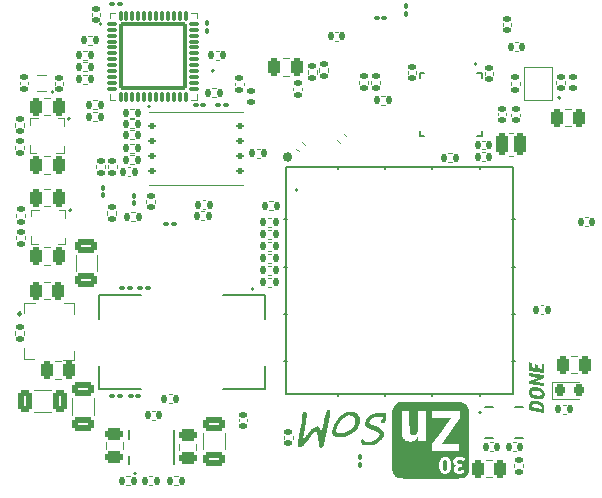
<source format=gto>
G04 #@! TF.GenerationSoftware,KiCad,Pcbnew,9.0.0-9.0.0-2~ubuntu24.10.1*
G04 #@! TF.CreationDate,2025-04-01T16:44:13+02:00*
G04 #@! TF.ProjectId,Zynq_SoM,5a796e71-5f53-46f4-9d2e-6b696361645f,1.0*
G04 #@! TF.SameCoordinates,Original*
G04 #@! TF.FileFunction,Legend,Top*
G04 #@! TF.FilePolarity,Positive*
%FSLAX46Y46*%
G04 Gerber Fmt 4.6, Leading zero omitted, Abs format (unit mm)*
G04 Created by KiCad (PCBNEW 9.0.0-9.0.0-2~ubuntu24.10.1) date 2025-04-01 16:44:13*
%MOMM*%
%LPD*%
G01*
G04 APERTURE LIST*
G04 Aperture macros list*
%AMRoundRect*
0 Rectangle with rounded corners*
0 $1 Rounding radius*
0 $2 $3 $4 $5 $6 $7 $8 $9 X,Y pos of 4 corners*
0 Add a 4 corners polygon primitive as box body*
4,1,4,$2,$3,$4,$5,$6,$7,$8,$9,$2,$3,0*
0 Add four circle primitives for the rounded corners*
1,1,$1+$1,$2,$3*
1,1,$1+$1,$4,$5*
1,1,$1+$1,$6,$7*
1,1,$1+$1,$8,$9*
0 Add four rect primitives between the rounded corners*
20,1,$1+$1,$2,$3,$4,$5,0*
20,1,$1+$1,$4,$5,$6,$7,0*
20,1,$1+$1,$6,$7,$8,$9,0*
20,1,$1+$1,$8,$9,$2,$3,0*%
%AMFreePoly0*
4,1,14,0.330075,0.140035,0.330090,0.140000,0.330040,0.069961,0.330025,0.069926,0.090025,-0.170070,0.089990,-0.170085,-0.130002,-0.170089,-0.130037,-0.170074,-0.130052,-0.170039,-0.130110,0.140000,-0.130095,0.140035,-0.130060,0.140050,0.330040,0.140050,0.330075,0.140035,0.330075,0.140035,$1*%
%AMFreePoly1*
4,1,14,0.089990,0.170085,0.090025,0.170070,0.330025,-0.069926,0.330040,-0.069961,0.330090,-0.140000,0.330075,-0.140035,0.330040,-0.140050,-0.130060,-0.140050,-0.130095,-0.140035,-0.130110,-0.140000,-0.130052,0.170039,-0.130037,0.170074,-0.130002,0.170089,0.089990,0.170085,0.089990,0.170085,$1*%
%AMFreePoly2*
4,1,14,0.130037,0.170074,0.130052,0.170039,0.130110,-0.140000,0.130095,-0.140035,0.130060,-0.140050,-0.330040,-0.140050,-0.330075,-0.140035,-0.330090,-0.140000,-0.330040,-0.069961,-0.330025,-0.069926,-0.090025,0.170070,-0.089990,0.170085,0.130002,0.170089,0.130037,0.170074,0.130037,0.170074,$1*%
%AMFreePoly3*
4,1,17,-0.298000,0.551600,0.299000,0.551600,0.299000,-0.551601,-0.299000,-0.551601,-0.299000,-0.551600,-0.806000,-0.551600,-0.806000,-0.348400,-0.299000,-0.348400,-0.299000,-0.101601,-0.806000,-0.101601,-0.806000,0.101599,-0.299000,0.101599,-0.299000,0.348401,-0.806000,0.348401,-0.806000,0.551601,-0.298000,0.551601,-0.298000,0.551600,-0.298000,0.551600,$1*%
%AMFreePoly4*
4,1,15,0.806000,0.348400,0.299000,0.348400,0.299000,0.101600,0.806000,0.101600,0.806000,-0.101600,0.299000,-0.101600,0.299000,-0.348400,0.806000,-0.348400,0.806000,-0.551600,0.299000,-0.551600,0.299000,-0.551601,-0.299000,-0.551601,-0.299000,0.551600,0.806000,0.551600,0.806000,0.348400,0.806000,0.348400,$1*%
%AMFreePoly5*
4,1,17,0.250002,0.499999,0.250002,-0.200000,0.200002,-0.250000,-0.499999,-0.250000,-0.549999,-0.200000,-0.549999,-0.050000,-0.499999,0.000000,-0.299999,0.000000,-0.250000,0.049999,-0.250000,0.199999,-0.200000,0.249999,-0.050000,0.249999,0.000000,0.299999,0.000000,0.499999,0.050000,0.549998,0.200000,0.549998,0.250002,0.499999,0.250002,0.499999,$1*%
%AMFreePoly6*
4,1,17,0.249999,0.200000,0.250002,-0.499999,0.200000,-0.549998,0.050000,-0.549998,0.000000,-0.499999,0.000002,-0.299999,-0.050000,-0.249999,-0.200000,-0.249999,-0.250000,-0.199999,-0.249997,-0.049999,-0.299999,0.000000,-0.499999,0.000000,-0.549999,0.050000,-0.549999,0.200000,-0.499999,0.250000,0.200002,0.250000,0.249999,0.200000,0.249999,0.200000,$1*%
%AMFreePoly7*
4,1,17,0.500001,0.250000,0.550001,0.200000,0.550001,0.050000,0.500001,0.000000,0.300001,0.000000,0.249999,-0.049999,0.250002,-0.199999,0.200002,-0.249999,0.050002,-0.249999,0.000000,-0.299999,0.000002,-0.499999,-0.049998,-0.549998,-0.200000,-0.549998,-0.250000,-0.499999,-0.250000,0.200003,-0.200000,0.250002,0.500001,0.250000,0.500001,0.250000,$1*%
%AMFreePoly8*
4,1,17,0.000002,0.500002,0.000000,0.300002,0.050002,0.250002,0.200002,0.250002,0.250002,0.200002,0.249999,0.050002,0.300001,0.000003,0.500001,0.000003,0.550001,-0.049997,0.550001,-0.199997,0.500001,-0.249997,-0.200000,-0.249999,-0.250000,-0.199997,-0.250000,0.500002,-0.200000,0.550001,-0.049998,0.550001,0.000002,0.500002,0.000002,0.500002,$1*%
G04 Aperture macros list end*
%ADD10C,0.200000*%
%ADD11C,0.400000*%
%ADD12C,0.300000*%
%ADD13C,0.120000*%
%ADD14C,0.152400*%
%ADD15C,0.150000*%
%ADD16C,0.000000*%
%ADD17C,0.127000*%
%ADD18C,0.250000*%
%ADD19C,2.505000*%
%ADD20RoundRect,0.250000X-0.250000X-0.650000X0.250000X-0.650000X0.250000X0.650000X-0.250000X0.650000X0*%
%ADD21RoundRect,0.135000X-0.135000X-0.185000X0.135000X-0.185000X0.135000X0.185000X-0.135000X0.185000X0*%
%ADD22RoundRect,0.135000X-0.226274X-0.035355X-0.035355X-0.226274X0.226274X0.035355X0.035355X0.226274X0*%
%ADD23RoundRect,0.135000X0.135000X0.185000X-0.135000X0.185000X-0.135000X-0.185000X0.135000X-0.185000X0*%
%ADD24RoundRect,0.140000X0.140000X0.170000X-0.140000X0.170000X-0.140000X-0.170000X0.140000X-0.170000X0*%
%ADD25RoundRect,0.140000X-0.140000X-0.170000X0.140000X-0.170000X0.140000X0.170000X-0.140000X0.170000X0*%
%ADD26RoundRect,0.250000X-0.650000X0.325000X-0.650000X-0.325000X0.650000X-0.325000X0.650000X0.325000X0*%
%ADD27RoundRect,0.250000X-0.475000X0.250000X-0.475000X-0.250000X0.475000X-0.250000X0.475000X0.250000X0*%
%ADD28C,2.700000*%
%ADD29RoundRect,0.140000X0.170000X-0.140000X0.170000X0.140000X-0.170000X0.140000X-0.170000X-0.140000X0*%
%ADD30RoundRect,0.135000X-0.185000X0.135000X-0.185000X-0.135000X0.185000X-0.135000X0.185000X0.135000X0*%
%ADD31RoundRect,0.100000X0.100000X-0.130000X0.100000X0.130000X-0.100000X0.130000X-0.100000X-0.130000X0*%
%ADD32RoundRect,0.100000X-0.130000X-0.100000X0.130000X-0.100000X0.130000X0.100000X-0.130000X0.100000X0*%
%ADD33RoundRect,0.100000X0.130000X0.100000X-0.130000X0.100000X-0.130000X-0.100000X0.130000X-0.100000X0*%
%ADD34RoundRect,0.125000X-0.200000X-0.125000X0.200000X-0.125000X0.200000X0.125000X-0.200000X0.125000X0*%
%ADD35R,3.400000X4.300000*%
%ADD36R,0.203200X0.711200*%
%ADD37R,0.711200X0.203200*%
%ADD38R,3.708400X3.708400*%
%ADD39FreePoly0,180.000000*%
%ADD40FreePoly1,180.000000*%
%ADD41FreePoly2,180.000000*%
%ADD42FreePoly1,0.000000*%
%ADD43RoundRect,0.027000X0.000000X0.343654X-0.343654X0.000000X0.000000X-0.343654X0.343654X0.000000X0*%
%ADD44RoundRect,0.050960X0.353039X-0.076440X0.353039X0.076440X-0.353039X0.076440X-0.353039X-0.076440X0*%
%ADD45RoundRect,0.050960X-0.076440X-0.353039X0.076440X-0.353039X0.076440X0.353039X-0.076440X0.353039X0*%
%ADD46RoundRect,0.170688X-2.674112X-2.674112X2.674112X-2.674112X2.674112X2.674112X-2.674112X2.674112X0*%
%ADD47RoundRect,0.218750X-0.218750X-0.256250X0.218750X-0.256250X0.218750X0.256250X-0.218750X0.256250X0*%
%ADD48R,0.203200X0.812800*%
%ADD49FreePoly3,90.000000*%
%ADD50FreePoly4,90.000000*%
%ADD51R,1.092200X0.254000*%
%ADD52R,0.508000X0.254000*%
%ADD53RoundRect,0.135000X0.185000X-0.135000X0.185000X0.135000X-0.185000X0.135000X-0.185000X-0.135000X0*%
%ADD54RoundRect,0.250000X0.325000X0.650000X-0.325000X0.650000X-0.325000X-0.650000X0.325000X-0.650000X0*%
%ADD55C,0.420000*%
%ADD56RoundRect,0.250000X0.250000X0.475000X-0.250000X0.475000X-0.250000X-0.475000X0.250000X-0.475000X0*%
%ADD57RoundRect,0.147500X0.172500X-0.147500X0.172500X0.147500X-0.172500X0.147500X-0.172500X-0.147500X0*%
%ADD58R,0.250000X0.600000*%
%ADD59R,0.250000X0.900000*%
%ADD60R,0.450000X0.250000*%
%ADD61RoundRect,0.250000X-0.250000X-0.475000X0.250000X-0.475000X0.250000X0.475000X-0.250000X0.475000X0*%
%ADD62R,0.482600X0.254000*%
%ADD63R,0.254000X0.482600*%
%ADD64RoundRect,0.147500X-0.172500X0.147500X-0.172500X-0.147500X0.172500X-0.147500X0.172500X0.147500X0*%
%ADD65RoundRect,0.100000X-0.100000X0.130000X-0.100000X-0.130000X0.100000X-0.130000X0.100000X0.130000X0*%
%ADD66RoundRect,0.140000X-0.170000X0.140000X-0.170000X-0.140000X0.170000X-0.140000X0.170000X0.140000X0*%
%ADD67R,0.800000X0.600000*%
%ADD68C,0.406400*%
%ADD69FreePoly5,0.000000*%
%ADD70R,0.700001X0.249999*%
%ADD71FreePoly6,0.000000*%
%ADD72R,0.249999X0.700001*%
%ADD73FreePoly7,0.000000*%
%ADD74FreePoly8,0.000000*%
%ADD75R,1.599999X1.799999*%
G04 APERTURE END LIST*
D10*
X119320000Y-100460000D02*
G75*
G02*
X119120000Y-100460000I-100000J0D01*
G01*
X119120000Y-100460000D02*
G75*
G02*
X119320000Y-100460000I100000J0D01*
G01*
X124700000Y-97400000D02*
G75*
G02*
X124500000Y-97400000I-100000J0D01*
G01*
X124500000Y-97400000D02*
G75*
G02*
X124700000Y-97400000I100000J0D01*
G01*
X146960000Y-96860000D02*
G75*
G02*
X146760000Y-96860000I-100000J0D01*
G01*
X146760000Y-96860000D02*
G75*
G02*
X146960000Y-96860000I100000J0D01*
G01*
X131800000Y-107500000D02*
G75*
G02*
X131600000Y-107500000I-100000J0D01*
G01*
X131600000Y-107500000D02*
G75*
G02*
X131800000Y-107500000I100000J0D01*
G01*
D11*
X131150000Y-104720000D02*
G75*
G02*
X130750000Y-104720000I-200000J0D01*
G01*
X130750000Y-104720000D02*
G75*
G02*
X131150000Y-104720000I200000J0D01*
G01*
D10*
X154050000Y-99700000D02*
G75*
G02*
X153850000Y-99700000I-100000J0D01*
G01*
X153850000Y-99700000D02*
G75*
G02*
X154050000Y-99700000I100000J0D01*
G01*
D12*
G36*
X151936998Y-125343879D02*
G01*
X152019131Y-125352234D01*
X152031406Y-125353771D01*
X152113399Y-125366572D01*
X152188835Y-125382212D01*
X152267019Y-125403564D01*
X152336640Y-125428626D01*
X152352707Y-125435471D01*
X152419541Y-125468997D01*
X152484285Y-125511415D01*
X152543932Y-125564356D01*
X152553475Y-125574689D01*
X152599194Y-125635320D01*
X152634091Y-125702358D01*
X152656423Y-125768862D01*
X152672693Y-125847447D01*
X152681623Y-125923697D01*
X152684972Y-126004526D01*
X152685000Y-126012861D01*
X152685000Y-126088868D01*
X152685000Y-126164182D01*
X152685000Y-126215460D01*
X152685000Y-126291490D01*
X152685000Y-126363838D01*
X151395397Y-126180655D01*
X151391688Y-126106557D01*
X151383674Y-126035942D01*
X151376083Y-125960319D01*
X151374151Y-125917972D01*
X151606423Y-125917972D01*
X152450526Y-126038506D01*
X152450526Y-126007365D01*
X152450526Y-125959371D01*
X152440401Y-125884317D01*
X152405875Y-125814567D01*
X152353224Y-125762804D01*
X152346845Y-125758237D01*
X152279715Y-125720741D01*
X152205251Y-125692616D01*
X152128675Y-125672027D01*
X152054555Y-125657366D01*
X152028108Y-125653091D01*
X151948085Y-125644315D01*
X151866022Y-125640719D01*
X151787133Y-125645367D01*
X151710869Y-125664315D01*
X151704609Y-125667013D01*
X151644777Y-125711320D01*
X151612560Y-125778296D01*
X151606423Y-125835540D01*
X151606423Y-125883534D01*
X151606423Y-125917972D01*
X151374151Y-125917972D01*
X151372511Y-125882035D01*
X151371950Y-125832609D01*
X151374123Y-125758614D01*
X151381637Y-125682651D01*
X151396100Y-125606694D01*
X151399427Y-125593740D01*
X151426561Y-125522419D01*
X151471305Y-125457829D01*
X151502009Y-125428510D01*
X151565860Y-125387706D01*
X151637605Y-125361164D01*
X151705708Y-125347177D01*
X151783313Y-125340144D01*
X151861492Y-125339732D01*
X151936998Y-125343879D01*
G37*
G36*
X151920349Y-124196955D02*
G01*
X152000788Y-124204179D01*
X152043129Y-124209616D01*
X152125687Y-124223331D01*
X152202635Y-124240299D01*
X152273973Y-124260517D01*
X152355257Y-124290363D01*
X152427775Y-124325289D01*
X152491527Y-124365296D01*
X152546514Y-124410383D01*
X152601546Y-124470541D01*
X152645192Y-124536985D01*
X152677452Y-124609714D01*
X152698326Y-124688729D01*
X152707814Y-124774028D01*
X152708447Y-124803859D01*
X152702702Y-124889991D01*
X152685469Y-124966490D01*
X152650842Y-125043562D01*
X152600578Y-125107520D01*
X152545048Y-125151905D01*
X152477514Y-125186075D01*
X152397461Y-125209452D01*
X152321186Y-125220688D01*
X152236218Y-125224429D01*
X152161983Y-125222025D01*
X152082184Y-125214823D01*
X152040198Y-125209424D01*
X151956954Y-125195628D01*
X151879410Y-125178603D01*
X151807569Y-125158350D01*
X151725784Y-125128494D01*
X151652908Y-125093593D01*
X151588941Y-125053647D01*
X151533883Y-125008656D01*
X151478851Y-124948498D01*
X151435205Y-124882054D01*
X151402945Y-124809325D01*
X151382071Y-124730311D01*
X151373014Y-124648886D01*
X151606423Y-124648886D01*
X151624925Y-124725881D01*
X151674848Y-124785146D01*
X151718531Y-124814483D01*
X151789412Y-124847024D01*
X151865897Y-124871765D01*
X151943226Y-124890183D01*
X152017239Y-124903570D01*
X152043496Y-124907540D01*
X152118603Y-124916843D01*
X152197438Y-124922391D01*
X152275943Y-124921732D01*
X152349481Y-124912069D01*
X152363698Y-124908639D01*
X152430897Y-124876027D01*
X152470097Y-124811803D01*
X152473974Y-124775648D01*
X152458260Y-124699021D01*
X152411119Y-124636201D01*
X152362233Y-124601992D01*
X152291434Y-124569505D01*
X152215511Y-124545251D01*
X152139048Y-124527597D01*
X152066057Y-124515116D01*
X152040198Y-124511500D01*
X151963983Y-124502299D01*
X151884182Y-124497133D01*
X151805001Y-124498569D01*
X151731250Y-124509546D01*
X151717065Y-124513332D01*
X151649643Y-124547335D01*
X151610313Y-124612531D01*
X151606423Y-124648886D01*
X151373014Y-124648886D01*
X151372583Y-124645011D01*
X151371950Y-124615181D01*
X151377694Y-124529993D01*
X151394928Y-124454129D01*
X151429554Y-124377408D01*
X151479818Y-124313380D01*
X151535348Y-124268600D01*
X151602986Y-124233820D01*
X151683348Y-124209988D01*
X151760038Y-124198491D01*
X151845565Y-124194596D01*
X151920349Y-124196955D01*
G37*
G36*
X152685000Y-123218967D02*
G01*
X152685000Y-123476154D01*
X151895851Y-123764117D01*
X151935785Y-123760453D01*
X152008514Y-123769790D01*
X152019682Y-123771810D01*
X152685000Y-123863035D01*
X152685000Y-124123154D01*
X151395397Y-123939972D01*
X151395397Y-123679487D01*
X151473158Y-123651189D01*
X151550095Y-123623175D01*
X151626207Y-123595445D01*
X151701495Y-123567997D01*
X151775958Y-123540833D01*
X151800596Y-123531842D01*
X151874527Y-123505159D01*
X151948768Y-123478965D01*
X152023317Y-123453261D01*
X152098176Y-123428046D01*
X152173343Y-123403321D01*
X152198468Y-123395188D01*
X152198468Y-123397752D01*
X152143513Y-123398485D01*
X152069390Y-123393173D01*
X152061448Y-123392623D01*
X151395397Y-123298468D01*
X151395397Y-123035418D01*
X152685000Y-123218967D01*
G37*
G36*
X152685000Y-122987424D02*
G01*
X151395397Y-122804242D01*
X151395397Y-122090565D01*
X151629870Y-122128300D01*
X151629870Y-122541559D01*
X151887791Y-122580760D01*
X151887791Y-122265321D01*
X152122264Y-122296828D01*
X152122264Y-122614832D01*
X152450526Y-122659528D01*
X152450526Y-122240041D01*
X152685000Y-122271549D01*
X152685000Y-122987424D01*
G37*
D13*
X149660000Y-102660000D02*
X150060000Y-102660000D01*
X149660000Y-104660000D02*
X150060000Y-104660000D01*
X117621359Y-102470000D02*
X117928641Y-102470000D01*
X117621359Y-103230000D02*
X117928641Y-103230000D01*
X154221359Y-125720000D02*
X154528641Y-125720000D01*
X154221359Y-126480000D02*
X154528641Y-126480000D01*
X131652659Y-104020060D02*
X131869940Y-104237341D01*
X132190060Y-103482659D02*
X132407341Y-103699940D01*
X125153641Y-95720000D02*
X124846359Y-95720000D01*
X125153641Y-96480000D02*
X124846359Y-96480000D01*
X129563641Y-112919999D02*
X129256359Y-112919999D01*
X129563641Y-113679999D02*
X129256359Y-113679999D01*
X123957836Y-108390000D02*
X123742164Y-108390000D01*
X123957836Y-109110000D02*
X123742164Y-109110000D01*
X147442164Y-104340000D02*
X147657836Y-104340000D01*
X147442164Y-105060000D02*
X147657836Y-105060000D01*
X112700000Y-125118748D02*
X112700000Y-126541252D01*
X114520000Y-125118748D02*
X114520000Y-126541252D01*
X115540002Y-128888748D02*
X115540002Y-129411252D01*
X117010002Y-128888748D02*
X117010002Y-129411252D01*
X108260000Y-98552836D02*
X108260000Y-98337164D01*
X108980000Y-98552836D02*
X108980000Y-98337164D01*
X147442164Y-103365000D02*
X147657836Y-103365000D01*
X147442164Y-104085000D02*
X147657836Y-104085000D01*
X150120000Y-130696359D02*
X150120000Y-131003641D01*
X150880000Y-130696359D02*
X150880000Y-131003641D01*
X147650000Y-97757836D02*
X147650000Y-97542164D01*
X148370000Y-97757836D02*
X148370000Y-97542164D01*
X148740000Y-101207836D02*
X148740000Y-100992164D01*
X149460000Y-101207836D02*
X149460000Y-100992164D01*
X150217164Y-95015000D02*
X150432836Y-95015000D01*
X150217164Y-95735000D02*
X150432836Y-95735000D01*
X144853641Y-104420000D02*
X144546359Y-104420000D01*
X144853641Y-105180000D02*
X144546359Y-105180000D01*
X128321359Y-104020000D02*
X128628641Y-104020000D01*
X128321359Y-104780000D02*
X128628641Y-104780000D01*
X120866359Y-124810000D02*
X121173641Y-124810000D01*
X120866359Y-125570000D02*
X121173641Y-125570000D01*
X156337836Y-109830000D02*
X156122164Y-109830000D01*
X156337836Y-110550000D02*
X156122164Y-110550000D01*
X119175000Y-107110000D02*
X127175000Y-107110000D01*
X119185000Y-100890000D02*
X127175000Y-100890000D01*
D14*
X142131100Y-97651100D02*
X142131100Y-98045661D01*
X142131100Y-102514339D02*
X142131100Y-102908900D01*
X142131100Y-102908900D02*
X142525661Y-102908900D01*
X142525661Y-97651100D02*
X142131100Y-97651100D01*
X146994339Y-102908900D02*
X147388900Y-102908900D01*
X147388900Y-97651100D02*
X146994339Y-97651100D01*
X147388900Y-98045661D02*
X147388900Y-97651100D01*
X147388900Y-102908900D02*
X147388900Y-102514339D01*
D13*
X129563641Y-113919999D02*
X129256359Y-113919999D01*
X129563641Y-114679999D02*
X129256359Y-114679999D01*
X149820000Y-98346359D02*
X149820000Y-98653641D01*
X150580000Y-98346359D02*
X150580000Y-98653641D01*
X148117164Y-128890000D02*
X148332836Y-128890000D01*
X148117164Y-129610000D02*
X148332836Y-129610000D01*
X119707836Y-126240000D02*
X119492164Y-126240000D01*
X119707836Y-126960000D02*
X119492164Y-126960000D01*
X110510000Y-97815000D02*
X109710000Y-97815000D01*
X110510000Y-99115000D02*
X109710000Y-99115000D01*
D15*
X111135000Y-99215000D02*
G75*
G02*
X110985000Y-99215000I-75000J0D01*
G01*
X110985000Y-99215000D02*
G75*
G02*
X111135000Y-99215000I75000J0D01*
G01*
D13*
X113646359Y-97770000D02*
X113953641Y-97770000D01*
X113646359Y-98530000D02*
X113953641Y-98530000D01*
X117621359Y-101520000D02*
X117928641Y-101520000D01*
X117621359Y-102280000D02*
X117928641Y-102280000D01*
X117608642Y-131770000D02*
X117301360Y-131770000D01*
X117608642Y-132530000D02*
X117301360Y-132530000D01*
X115869000Y-92517000D02*
X115869000Y-92989860D01*
X115869000Y-99410140D02*
X115869000Y-99883000D01*
X115869000Y-99883000D02*
X116341860Y-99883000D01*
X116341860Y-92517000D02*
X115869000Y-92517000D01*
X122762140Y-99883000D02*
X123235000Y-99883000D01*
X123235000Y-92517000D02*
X122762140Y-92517000D01*
X123235000Y-92989860D02*
X123235000Y-92517000D01*
X123235000Y-99883000D02*
X123235000Y-99410140D01*
D10*
X115202000Y-93450000D02*
G75*
G02*
X115002000Y-93450000I-100000J0D01*
G01*
X115002000Y-93450000D02*
G75*
G02*
X115202000Y-93450000I100000J0D01*
G01*
D13*
X153315000Y-123740000D02*
X153315000Y-125210000D01*
X153315000Y-125210000D02*
X155600000Y-125210000D01*
X155600000Y-123740000D02*
X153315000Y-123740000D01*
X138856359Y-99520000D02*
X139163641Y-99520000D01*
X138856359Y-100280000D02*
X139163641Y-100280000D01*
D14*
X117494601Y-127877600D02*
X117494601Y-128590260D01*
X117494601Y-130009740D02*
X117494601Y-130722400D01*
X121355401Y-130722400D02*
X121355401Y-127877600D01*
D10*
X118125001Y-131500000D02*
G75*
G02*
X117925001Y-131500000I-100000J0D01*
G01*
X117925001Y-131500000D02*
G75*
G02*
X118125001Y-131500000I100000J0D01*
G01*
D13*
X121740002Y-128982048D02*
X121740002Y-129504552D01*
X123210002Y-128982048D02*
X123210002Y-129504552D01*
X107970000Y-111703641D02*
X107970000Y-111396359D01*
X108730000Y-111703641D02*
X108730000Y-111396359D01*
X110901252Y-124460000D02*
X109478748Y-124460000D01*
X110901252Y-126280000D02*
X109478748Y-126280000D01*
D16*
G36*
X144322074Y-130354435D02*
G01*
X144328271Y-130357086D01*
X144357665Y-130374907D01*
X144382707Y-130399359D01*
X144403867Y-130431300D01*
X144421619Y-130471586D01*
X144436434Y-130521072D01*
X144447518Y-130573475D01*
X144450418Y-130595606D01*
X144452977Y-130626876D01*
X144455163Y-130665417D01*
X144456944Y-130709362D01*
X144458289Y-130756844D01*
X144459167Y-130805996D01*
X144459546Y-130854950D01*
X144459395Y-130901839D01*
X144458681Y-130944796D01*
X144457374Y-130981954D01*
X144455442Y-131011445D01*
X144454988Y-131016153D01*
X144445706Y-131084481D01*
X144432937Y-131142600D01*
X144416568Y-131190779D01*
X144396486Y-131229289D01*
X144372579Y-131258402D01*
X144346186Y-131277619D01*
X144308999Y-131292320D01*
X144272558Y-131296037D01*
X144236869Y-131288769D01*
X144205743Y-131273064D01*
X144182107Y-131252950D01*
X144161752Y-131225229D01*
X144144529Y-131189403D01*
X144130288Y-131144976D01*
X144118882Y-131091451D01*
X144110162Y-131028331D01*
X144103978Y-130955119D01*
X144102417Y-130927634D01*
X144100604Y-130874371D01*
X144100236Y-130817624D01*
X144101219Y-130759845D01*
X144103458Y-130703482D01*
X144106859Y-130650985D01*
X144111327Y-130604805D01*
X144116191Y-130570616D01*
X144125904Y-130524252D01*
X144138050Y-130481149D01*
X144151836Y-130443697D01*
X144166468Y-130414281D01*
X144170084Y-130408582D01*
X144194275Y-130381057D01*
X144223605Y-130361217D01*
X144256039Y-130349724D01*
X144289541Y-130347243D01*
X144322074Y-130354435D01*
G37*
G36*
X137067266Y-127121430D02*
G01*
X137050822Y-127213505D01*
X137047395Y-127229829D01*
X137018868Y-127337848D01*
X136980380Y-127441868D01*
X136931850Y-127542002D01*
X136873202Y-127638361D01*
X136804355Y-127731057D01*
X136725233Y-127820202D01*
X136635756Y-127905908D01*
X136535845Y-127988285D01*
X136491785Y-128021170D01*
X136399625Y-128086177D01*
X136309009Y-128146421D01*
X136220832Y-128201396D01*
X136135992Y-128250594D01*
X136055384Y-128293508D01*
X135979904Y-128329629D01*
X135910448Y-128358451D01*
X135872614Y-128371841D01*
X135798726Y-128393906D01*
X135724067Y-128411645D01*
X135646627Y-128425363D01*
X135564394Y-128435364D01*
X135475359Y-128441951D01*
X135386959Y-128445230D01*
X135289317Y-128445572D01*
X135201473Y-128441866D01*
X135122910Y-128433918D01*
X135053114Y-128421537D01*
X134991570Y-128404529D01*
X134937762Y-128382701D01*
X134891175Y-128355862D01*
X134851292Y-128323817D01*
X134817600Y-128286374D01*
X134789583Y-128243340D01*
X134776173Y-128216714D01*
X134756032Y-128161221D01*
X134742622Y-128097931D01*
X134735891Y-128027723D01*
X134735788Y-127951471D01*
X134738361Y-127919104D01*
X135053508Y-127919104D01*
X135053794Y-127925074D01*
X135061215Y-127954231D01*
X135078093Y-127981711D01*
X135104843Y-128007943D01*
X135141879Y-128033357D01*
X135176245Y-128051936D01*
X135217298Y-128070728D01*
X135254776Y-128083974D01*
X135291425Y-128092071D01*
X135329992Y-128095421D01*
X135373224Y-128094422D01*
X135423867Y-128089474D01*
X135429508Y-128088769D01*
X135462035Y-128084846D01*
X135502101Y-128080331D01*
X135546275Y-128075593D01*
X135591126Y-128071000D01*
X135633008Y-128066940D01*
X135692732Y-128060910D01*
X135743311Y-128054668D01*
X135786608Y-128047769D01*
X135824484Y-128039766D01*
X135858804Y-128030213D01*
X135891429Y-128018664D01*
X135924221Y-128004671D01*
X135955189Y-127989736D01*
X136003283Y-127963209D01*
X136056913Y-127929467D01*
X136114520Y-127889713D01*
X136174542Y-127845147D01*
X136235416Y-127796970D01*
X136295583Y-127746385D01*
X136353479Y-127694593D01*
X136407544Y-127642794D01*
X136412324Y-127638017D01*
X136477481Y-127569184D01*
X136532799Y-127502973D01*
X136578827Y-127438356D01*
X136616114Y-127374307D01*
X136645208Y-127309799D01*
X136666658Y-127243806D01*
X136681014Y-127175299D01*
X136687285Y-127123604D01*
X136689258Y-127046674D01*
X136681447Y-126974420D01*
X136664097Y-126907225D01*
X136637452Y-126845473D01*
X136601756Y-126789545D01*
X136557252Y-126739826D01*
X136504184Y-126696697D01*
X136442796Y-126660542D01*
X136374356Y-126632093D01*
X136332298Y-126618865D01*
X136293069Y-126609370D01*
X136253590Y-126603183D01*
X136210781Y-126599879D01*
X136161563Y-126599034D01*
X136136854Y-126599336D01*
X136100857Y-126600220D01*
X136073184Y-126601518D01*
X136051150Y-126603545D01*
X136032069Y-126606618D01*
X136013255Y-126611052D01*
X135996476Y-126615825D01*
X135922654Y-126643028D01*
X135847596Y-126680943D01*
X135771562Y-126729371D01*
X135694809Y-126788117D01*
X135617595Y-126856983D01*
X135540180Y-126935771D01*
X135465563Y-127020980D01*
X135386866Y-127122579D01*
X135314107Y-127230396D01*
X135248789Y-127341995D01*
X135192417Y-127454937D01*
X135178578Y-127486151D01*
X135160381Y-127530565D01*
X135142315Y-127578720D01*
X135124804Y-127629118D01*
X135108274Y-127680265D01*
X135093150Y-127730665D01*
X135079858Y-127778822D01*
X135068822Y-127823240D01*
X135060469Y-127862423D01*
X135055222Y-127894877D01*
X135053508Y-127919104D01*
X134738361Y-127919104D01*
X134742260Y-127870054D01*
X134755257Y-127784348D01*
X134774726Y-127695230D01*
X134800617Y-127603576D01*
X134814784Y-127560469D01*
X134851735Y-127462231D01*
X134896358Y-127359706D01*
X134947486Y-127255176D01*
X135003956Y-127150922D01*
X135064602Y-127049225D01*
X135116330Y-126969788D01*
X135192104Y-126864209D01*
X135269301Y-126769048D01*
X135348587Y-126683737D01*
X135430626Y-126607710D01*
X135516084Y-126540400D01*
X135605626Y-126481240D01*
X135699918Y-126429663D01*
X135799623Y-126385103D01*
X135805102Y-126382914D01*
X135903816Y-126348159D01*
X136005787Y-126320702D01*
X136109005Y-126300863D01*
X136211460Y-126288963D01*
X136311141Y-126285322D01*
X136394277Y-126289141D01*
X136480235Y-126300601D01*
X136564095Y-126319282D01*
X136644002Y-126344576D01*
X136718101Y-126375871D01*
X136784538Y-126412556D01*
X136800059Y-126422720D01*
X136846009Y-126459328D01*
X136890741Y-126505352D01*
X136933241Y-126559201D01*
X136972492Y-126619282D01*
X137007480Y-126684003D01*
X137037189Y-126751772D01*
X137060604Y-126820998D01*
X137065485Y-126838847D01*
X137076059Y-126896745D01*
X137079882Y-126963105D01*
X137076952Y-127037982D01*
X137075943Y-127046674D01*
X137067266Y-127121430D01*
G37*
G36*
X139221351Y-126359139D02*
G01*
X139222507Y-126361758D01*
X139227151Y-126376364D01*
X139233782Y-126399807D01*
X139241930Y-126430193D01*
X139251127Y-126465627D01*
X139260902Y-126504214D01*
X139270786Y-126544058D01*
X139280308Y-126583266D01*
X139289001Y-126619942D01*
X139296394Y-126652191D01*
X139302017Y-126678118D01*
X139305402Y-126695829D01*
X139305599Y-126697076D01*
X139312352Y-126769173D01*
X139310679Y-126840060D01*
X139301002Y-126908640D01*
X139283746Y-126973818D01*
X139259334Y-127034498D01*
X139228191Y-127089585D01*
X139190739Y-127137984D01*
X139147402Y-127178598D01*
X139109365Y-127204413D01*
X139074451Y-127221021D01*
X139036028Y-127233326D01*
X138996336Y-127241125D01*
X138957614Y-127244217D01*
X138922102Y-127242400D01*
X138892041Y-127235473D01*
X138872831Y-127225697D01*
X138855513Y-127207219D01*
X138842528Y-127181445D01*
X138835303Y-127151697D01*
X138834296Y-127135998D01*
X138838710Y-127092995D01*
X138852252Y-127051075D01*
X138875372Y-127009374D01*
X138908521Y-126967030D01*
X138938858Y-126935653D01*
X138967715Y-126906339D01*
X138987920Y-126882104D01*
X139000089Y-126862083D01*
X139004837Y-126845410D01*
X139004951Y-126842637D01*
X139003216Y-126829344D01*
X138998620Y-126809535D01*
X138992079Y-126787037D01*
X138990537Y-126782311D01*
X138983011Y-126760705D01*
X138976803Y-126746981D01*
X138970055Y-126738478D01*
X138960914Y-126732536D01*
X138953378Y-126729036D01*
X138934108Y-126722342D01*
X138909334Y-126716989D01*
X138878200Y-126712921D01*
X138839855Y-126710084D01*
X138793443Y-126708420D01*
X138738111Y-126707876D01*
X138673005Y-126708394D01*
X138644374Y-126708879D01*
X138574030Y-126710587D01*
X138513288Y-126712968D01*
X138460747Y-126716243D01*
X138415007Y-126720633D01*
X138374670Y-126726358D01*
X138338336Y-126733639D01*
X138304605Y-126742698D01*
X138272077Y-126753755D01*
X138239353Y-126767030D01*
X138219591Y-126775899D01*
X138183524Y-126793887D01*
X138144393Y-126815683D01*
X138104100Y-126840018D01*
X138064551Y-126865626D01*
X138027651Y-126891239D01*
X137995303Y-126915588D01*
X137969413Y-126937408D01*
X137954529Y-126952303D01*
X137933207Y-126982772D01*
X137913546Y-127023685D01*
X137895748Y-127074575D01*
X137885517Y-127111812D01*
X137876759Y-127147819D01*
X137870909Y-127175228D01*
X137867813Y-127196020D01*
X137867318Y-127212174D01*
X137869273Y-127225669D01*
X137873525Y-127238485D01*
X137875406Y-127242902D01*
X137882598Y-127256276D01*
X137892555Y-127268916D01*
X137906439Y-127281628D01*
X137925410Y-127295217D01*
X137950632Y-127310490D01*
X137983266Y-127328254D01*
X138024475Y-127349314D01*
X138039716Y-127356908D01*
X138103765Y-127387736D01*
X138164545Y-127415146D01*
X138221094Y-127438782D01*
X138272453Y-127458287D01*
X138317659Y-127473305D01*
X138355752Y-127483478D01*
X138385772Y-127488451D01*
X138395310Y-127488904D01*
X138418701Y-127491288D01*
X138448786Y-127497843D01*
X138482482Y-127507673D01*
X138516709Y-127519882D01*
X138547560Y-127533177D01*
X138603640Y-127563335D01*
X138662686Y-127601180D01*
X138723356Y-127645432D01*
X138784310Y-127694807D01*
X138844206Y-127748027D01*
X138901702Y-127803809D01*
X138955458Y-127860871D01*
X139004131Y-127917934D01*
X139046380Y-127973715D01*
X139080865Y-128026933D01*
X139098344Y-128059267D01*
X139117388Y-128104031D01*
X139130379Y-128147817D01*
X139136520Y-128187733D01*
X139136908Y-128199047D01*
X139131994Y-128245116D01*
X139117353Y-128295819D01*
X139093131Y-128350923D01*
X139059476Y-128410196D01*
X139016537Y-128473404D01*
X138964460Y-128540316D01*
X138903394Y-128610697D01*
X138833487Y-128684315D01*
X138820622Y-128697248D01*
X138716950Y-128794066D01*
X138610302Y-128880377D01*
X138500478Y-128956328D01*
X138387277Y-129022065D01*
X138356235Y-129038019D01*
X138306648Y-129061621D01*
X138258537Y-129081804D01*
X138210578Y-129098801D01*
X138161448Y-129112848D01*
X138109822Y-129124180D01*
X138054377Y-129133031D01*
X137993789Y-129139635D01*
X137926734Y-129144228D01*
X137851888Y-129147044D01*
X137767928Y-129148318D01*
X137733299Y-129148446D01*
X137673742Y-129148383D01*
X137623863Y-129147973D01*
X137582333Y-129147100D01*
X137547822Y-129145643D01*
X137519000Y-129143484D01*
X137494539Y-129140504D01*
X137473108Y-129136585D01*
X137453377Y-129131608D01*
X137434019Y-129125455D01*
X137420281Y-129120497D01*
X137374057Y-129098586D01*
X137327772Y-129068193D01*
X137283397Y-129031239D01*
X137242902Y-128989651D01*
X137208259Y-128945351D01*
X137181437Y-128900265D01*
X137171354Y-128877457D01*
X137162138Y-128844576D01*
X137156983Y-128806734D01*
X137156129Y-128768269D01*
X137159812Y-128733520D01*
X137162756Y-128721128D01*
X137176703Y-128686432D01*
X137195914Y-128658049D01*
X137219085Y-128637259D01*
X137244911Y-128625339D01*
X137262918Y-128622951D01*
X137282769Y-128625357D01*
X137304104Y-128633102D01*
X137328121Y-128646929D01*
X137356018Y-128667576D01*
X137388994Y-128695784D01*
X137406081Y-128711394D01*
X137433711Y-128736567D01*
X137456176Y-128755678D01*
X137475984Y-128770561D01*
X137495646Y-128783048D01*
X137517671Y-128794970D01*
X137526862Y-128799576D01*
X137563928Y-128816964D01*
X137596948Y-128830009D01*
X137628675Y-128839297D01*
X137661865Y-128845418D01*
X137699272Y-128848960D01*
X137743651Y-128850511D01*
X137766329Y-128850715D01*
X137817251Y-128850261D01*
X137860795Y-128848234D01*
X137900533Y-128844221D01*
X137940035Y-128837809D01*
X137982874Y-128828584D01*
X138005796Y-128823005D01*
X138099037Y-128794685D01*
X138190836Y-128756641D01*
X138281802Y-128708555D01*
X138372544Y-128650106D01*
X138455544Y-128587558D01*
X138517212Y-128535243D01*
X138572071Y-128483239D01*
X138619801Y-128432078D01*
X138660084Y-128382291D01*
X138692601Y-128334409D01*
X138717034Y-128288962D01*
X138733065Y-128246481D01*
X138740374Y-128207498D01*
X138738644Y-128172543D01*
X138727555Y-128142148D01*
X138725179Y-128138194D01*
X138700190Y-128106636D01*
X138664420Y-128073649D01*
X138617989Y-128039320D01*
X138561022Y-128003736D01*
X138493640Y-127966984D01*
X138462710Y-127951440D01*
X138419387Y-127930653D01*
X138376292Y-127911096D01*
X138331752Y-127892110D01*
X138284093Y-127873033D01*
X138231642Y-127853206D01*
X138172727Y-127831967D01*
X138105673Y-127808657D01*
X138071542Y-127797025D01*
X137988201Y-127767586D01*
X137914762Y-127739013D01*
X137850206Y-127710775D01*
X137793513Y-127682343D01*
X137743665Y-127653184D01*
X137699642Y-127622768D01*
X137660425Y-127590565D01*
X137641956Y-127573291D01*
X137596523Y-127523626D01*
X137561465Y-127472918D01*
X137536154Y-127419692D01*
X137519966Y-127362472D01*
X137512272Y-127299784D01*
X137511415Y-127265952D01*
X137515033Y-127201137D01*
X137525865Y-127137653D01*
X137544447Y-127073578D01*
X137571311Y-127006997D01*
X137599375Y-126950167D01*
X137652138Y-126858608D01*
X137708224Y-126777263D01*
X137768064Y-126705721D01*
X137832090Y-126643574D01*
X137900734Y-126590412D01*
X137974428Y-126545824D01*
X138053605Y-126509400D01*
X138070993Y-126502741D01*
X138131928Y-126482651D01*
X138202855Y-126463693D01*
X138282794Y-126446046D01*
X138370768Y-126429885D01*
X138465799Y-126415389D01*
X138566910Y-126402735D01*
X138673123Y-126392100D01*
X138688414Y-126390776D01*
X138707573Y-126389243D01*
X138734910Y-126387188D01*
X138769066Y-126384703D01*
X138808684Y-126381881D01*
X138852408Y-126378813D01*
X138898880Y-126375591D01*
X138946743Y-126372307D01*
X138994640Y-126369055D01*
X139041214Y-126365925D01*
X139085107Y-126363010D01*
X139124962Y-126360402D01*
X139159423Y-126358193D01*
X139187132Y-126356476D01*
X139206731Y-126355341D01*
X139216864Y-126354882D01*
X139217369Y-126354877D01*
X139221351Y-126359139D01*
G37*
G36*
X134473591Y-126100015D02*
G01*
X134490949Y-126106336D01*
X134506881Y-126116955D01*
X134520510Y-126130986D01*
X134531817Y-126148908D01*
X134540781Y-126171202D01*
X134547383Y-126198349D01*
X134551602Y-126230828D01*
X134553418Y-126269120D01*
X134552811Y-126313706D01*
X134549761Y-126365066D01*
X134544248Y-126423680D01*
X134536252Y-126490030D01*
X134525752Y-126564594D01*
X134512730Y-126647854D01*
X134497163Y-126740290D01*
X134479033Y-126842383D01*
X134458319Y-126954613D01*
X134454643Y-126974188D01*
X134436748Y-127068081D01*
X134417093Y-127169086D01*
X134395898Y-127276165D01*
X134373386Y-127388280D01*
X134349776Y-127504393D01*
X134325291Y-127623468D01*
X134300151Y-127744466D01*
X134274577Y-127866351D01*
X134248790Y-127988085D01*
X134223013Y-128108629D01*
X134197464Y-128226947D01*
X134172367Y-128342002D01*
X134147941Y-128452755D01*
X134124408Y-128558169D01*
X134101989Y-128657207D01*
X134080906Y-128748830D01*
X134061379Y-128832003D01*
X134043629Y-128905686D01*
X134039030Y-128924385D01*
X134020834Y-128995643D01*
X134003924Y-129056742D01*
X133988017Y-129108422D01*
X133972833Y-129151421D01*
X133958091Y-129186480D01*
X133943508Y-129214338D01*
X133928803Y-129235733D01*
X133914974Y-129250303D01*
X133869192Y-129284851D01*
X133822987Y-129308441D01*
X133776252Y-129321120D01*
X133747690Y-129323513D01*
X133716819Y-129321509D01*
X133692660Y-129313518D01*
X133671893Y-129298081D01*
X133659994Y-129285020D01*
X133648067Y-129268416D01*
X133637230Y-129248441D01*
X133627310Y-129224282D01*
X133618138Y-129195127D01*
X133609542Y-129160163D01*
X133601352Y-129118579D01*
X133593397Y-129069561D01*
X133585507Y-129012298D01*
X133577511Y-128945977D01*
X133569237Y-128869786D01*
X133565911Y-128837343D01*
X133550607Y-128697635D01*
X133533932Y-128568088D01*
X133515742Y-128447924D01*
X133495893Y-128336362D01*
X133474244Y-128232623D01*
X133450650Y-128135928D01*
X133424969Y-128045496D01*
X133414489Y-128012166D01*
X133400205Y-127970496D01*
X133385748Y-127932924D01*
X133371698Y-127900651D01*
X133358634Y-127874879D01*
X133347135Y-127856807D01*
X133337781Y-127847636D01*
X133334650Y-127846728D01*
X133328131Y-127850553D01*
X133315397Y-127861193D01*
X133297718Y-127877391D01*
X133276371Y-127897892D01*
X133252627Y-127921441D01*
X133227761Y-127946781D01*
X133203045Y-127972658D01*
X133179754Y-127997815D01*
X133167138Y-128011877D01*
X133103204Y-128085605D01*
X133034123Y-128167972D01*
X132960488Y-128258218D01*
X132882891Y-128355587D01*
X132801925Y-128459321D01*
X132718181Y-128568661D01*
X132632253Y-128682850D01*
X132544733Y-128801130D01*
X132467997Y-128906437D01*
X132429922Y-128958974D01*
X132397457Y-129003473D01*
X132369810Y-129040859D01*
X132346193Y-129072055D01*
X132325814Y-129097983D01*
X132307885Y-129119566D01*
X132291615Y-129137727D01*
X132276213Y-129153390D01*
X132260891Y-129167477D01*
X132244858Y-129180910D01*
X132227324Y-129194614D01*
X132210473Y-129207295D01*
X132181584Y-129226961D01*
X132147853Y-129246957D01*
X132112188Y-129265806D01*
X132077496Y-129282033D01*
X132046684Y-129294161D01*
X132029073Y-129299400D01*
X132000487Y-129303886D01*
X131968493Y-129305304D01*
X131937802Y-129303662D01*
X131913751Y-129299160D01*
X131887598Y-129286532D01*
X131862461Y-129265857D01*
X131841407Y-129239905D01*
X131834063Y-129227207D01*
X131825360Y-129207789D01*
X131818084Y-129186314D01*
X131812289Y-129162308D01*
X131808029Y-129135298D01*
X131805358Y-129104812D01*
X131804332Y-129070377D01*
X131805003Y-129031520D01*
X131807427Y-128987768D01*
X131811657Y-128938648D01*
X131817747Y-128883687D01*
X131825753Y-128822412D01*
X131835728Y-128754350D01*
X131847727Y-128679030D01*
X131861804Y-128595976D01*
X131878012Y-128504718D01*
X131896407Y-128404781D01*
X131917042Y-128295693D01*
X131939972Y-128176981D01*
X131965251Y-128048172D01*
X131974938Y-127999233D01*
X132002503Y-127859389D01*
X132027726Y-127729590D01*
X132050727Y-127609150D01*
X132071630Y-127497384D01*
X132090557Y-127393607D01*
X132107629Y-127297133D01*
X132122969Y-127207276D01*
X132136698Y-127123352D01*
X132148940Y-127044675D01*
X132159815Y-126970558D01*
X132165816Y-126927395D01*
X132170454Y-126892256D01*
X132174079Y-126861640D01*
X132176819Y-126833300D01*
X132178808Y-126804987D01*
X132180175Y-126774452D01*
X132181051Y-126739447D01*
X132181568Y-126697721D01*
X132181835Y-126652146D01*
X132182123Y-126603476D01*
X132182593Y-126564409D01*
X132183318Y-126533538D01*
X132184374Y-126509455D01*
X132185834Y-126490754D01*
X132187772Y-126476027D01*
X132190263Y-126463869D01*
X132192132Y-126456954D01*
X132207676Y-126413927D01*
X132226736Y-126379860D01*
X132250313Y-126352996D01*
X132252405Y-126351122D01*
X132273423Y-126335130D01*
X132295659Y-126324179D01*
X132322296Y-126317112D01*
X132356513Y-126312772D01*
X132358280Y-126312623D01*
X132406534Y-126313298D01*
X132451097Y-126323178D01*
X132490793Y-126341637D01*
X132524448Y-126368045D01*
X132550889Y-126401776D01*
X132560956Y-126421010D01*
X132568163Y-126438551D01*
X132572585Y-126454398D01*
X132574853Y-126472286D01*
X132575597Y-126495949D01*
X132575609Y-126507769D01*
X132574414Y-126539072D01*
X132571021Y-126581077D01*
X132565442Y-126633699D01*
X132557691Y-126696854D01*
X132547781Y-126770458D01*
X132535723Y-126854427D01*
X132521532Y-126948677D01*
X132505219Y-127053123D01*
X132486798Y-127167682D01*
X132466281Y-127292269D01*
X132443681Y-127426799D01*
X132419010Y-127571190D01*
X132392283Y-127725356D01*
X132379715Y-127797172D01*
X132364385Y-127884888D01*
X132349340Y-127971655D01*
X132334692Y-128056798D01*
X132320550Y-128139643D01*
X132307025Y-128219514D01*
X132294228Y-128295737D01*
X132282270Y-128367638D01*
X132271260Y-128434542D01*
X132261310Y-128495775D01*
X132252530Y-128550661D01*
X132245031Y-128598526D01*
X132238923Y-128638696D01*
X132234317Y-128670495D01*
X132231324Y-128693250D01*
X132230053Y-128706286D01*
X132230217Y-128709244D01*
X132234440Y-128705941D01*
X132244484Y-128693836D01*
X132260082Y-128673296D01*
X132280966Y-128644692D01*
X132306868Y-128608391D01*
X132337520Y-128564765D01*
X132372654Y-128514181D01*
X132390673Y-128488059D01*
X132435353Y-128423946D01*
X132480456Y-128360895D01*
X132527211Y-128297268D01*
X132576846Y-128231430D01*
X132630589Y-128161745D01*
X132689668Y-128086576D01*
X132731594Y-128033898D01*
X132776786Y-127977864D01*
X132816698Y-127929649D01*
X132852473Y-127888132D01*
X132885253Y-127852188D01*
X132916180Y-127820695D01*
X132946397Y-127792529D01*
X132977044Y-127766567D01*
X133009265Y-127741686D01*
X133044202Y-127716762D01*
X133075738Y-127695466D01*
X133162360Y-127641904D01*
X133245101Y-127598571D01*
X133323940Y-127565476D01*
X133398852Y-127542630D01*
X133467846Y-127530260D01*
X133497020Y-127529455D01*
X133523350Y-127534560D01*
X133548090Y-127546425D01*
X133572492Y-127565897D01*
X133597812Y-127593824D01*
X133625303Y-127631055D01*
X133632468Y-127641626D01*
X133656521Y-127679575D01*
X133679482Y-127720158D01*
X133702168Y-127765055D01*
X133725392Y-127815948D01*
X133749971Y-127874517D01*
X133770282Y-127925774D01*
X133782494Y-127956823D01*
X133793366Y-127983703D01*
X133802290Y-128004974D01*
X133808658Y-128019194D01*
X133811861Y-128024922D01*
X133812094Y-128024864D01*
X133813456Y-128018869D01*
X133816951Y-128002922D01*
X133822403Y-127977836D01*
X133829637Y-127944426D01*
X133838477Y-127903503D01*
X133848748Y-127855883D01*
X133860275Y-127802377D01*
X133872881Y-127743799D01*
X133886392Y-127680964D01*
X133900631Y-127614683D01*
X133906953Y-127585241D01*
X133925868Y-127497130D01*
X133942646Y-127418986D01*
X133957462Y-127350008D01*
X133970489Y-127289398D01*
X133981904Y-127236359D01*
X133991881Y-127190090D01*
X134000595Y-127149794D01*
X134008221Y-127114672D01*
X134014933Y-127083924D01*
X134020906Y-127056753D01*
X134026316Y-127032359D01*
X134031337Y-127009945D01*
X134036143Y-126988710D01*
X134040910Y-126967857D01*
X134045813Y-126946587D01*
X134051026Y-126924102D01*
X134056724Y-126899602D01*
X134062002Y-126876928D01*
X134089219Y-126762999D01*
X134115389Y-126659629D01*
X134140634Y-126566430D01*
X134165072Y-126483013D01*
X134188822Y-126408990D01*
X134212003Y-126343972D01*
X134234735Y-126287571D01*
X134257138Y-126239397D01*
X134258597Y-126236520D01*
X134280904Y-126198625D01*
X134306682Y-126164645D01*
X134334256Y-126136343D01*
X134361951Y-126115483D01*
X134383120Y-126105322D01*
X134413780Y-126098196D01*
X134445192Y-126096439D01*
X134473591Y-126100015D01*
G37*
G36*
X146304131Y-126257566D02*
G01*
X146304496Y-126287117D01*
X146304832Y-126320762D01*
X146305141Y-126358803D01*
X146305422Y-126401541D01*
X146305679Y-126449277D01*
X146305911Y-126502313D01*
X146305984Y-126522837D01*
X146306120Y-126560949D01*
X146306307Y-126625487D01*
X146306474Y-126696229D01*
X146306621Y-126773476D01*
X146306750Y-126857528D01*
X146306862Y-126948688D01*
X146306959Y-127047256D01*
X146307040Y-127153533D01*
X146307108Y-127267822D01*
X146307164Y-127390423D01*
X146307209Y-127521637D01*
X146307244Y-127661766D01*
X146307270Y-127811112D01*
X146307289Y-127969975D01*
X146307301Y-128138656D01*
X146307309Y-128317457D01*
X146307312Y-128506680D01*
X146307313Y-128697248D01*
X146307312Y-128896696D01*
X146307308Y-129085436D01*
X146307301Y-129263768D01*
X146307288Y-129431994D01*
X146307269Y-129590415D01*
X146307242Y-129739333D01*
X146307207Y-129879048D01*
X146307162Y-130009862D01*
X146307105Y-130132077D01*
X146307037Y-130245993D01*
X146307010Y-130279927D01*
X146306954Y-130351911D01*
X146306858Y-130450134D01*
X146306745Y-130540962D01*
X146306615Y-130624697D01*
X146306467Y-130701639D01*
X146306299Y-130772091D01*
X146306111Y-130836353D01*
X146305901Y-130894727D01*
X146305668Y-130947514D01*
X146305410Y-130995015D01*
X146305127Y-131037532D01*
X146304817Y-131075365D01*
X146304480Y-131108817D01*
X146304113Y-131138187D01*
X146303717Y-131163779D01*
X146303288Y-131185892D01*
X146302827Y-131204829D01*
X146302333Y-131220890D01*
X146301803Y-131234376D01*
X146301237Y-131245590D01*
X146300634Y-131254832D01*
X146299992Y-131262404D01*
X146299310Y-131268606D01*
X146298587Y-131273741D01*
X146297822Y-131278108D01*
X146297051Y-131281838D01*
X146270779Y-131377169D01*
X146235239Y-131466864D01*
X146190872Y-131550484D01*
X146138116Y-131627590D01*
X146077410Y-131697742D01*
X146009194Y-131760501D01*
X145933906Y-131815429D01*
X145851987Y-131862085D01*
X145763876Y-131900031D01*
X145670011Y-131928827D01*
X145643962Y-131934927D01*
X145640045Y-131935734D01*
X145635649Y-131936497D01*
X145630472Y-131937218D01*
X145624214Y-131937898D01*
X145616572Y-131938538D01*
X145607247Y-131939140D01*
X145595936Y-131939704D01*
X145582338Y-131940232D01*
X145566152Y-131940725D01*
X145547077Y-131941185D01*
X145524811Y-131941611D01*
X145499054Y-131942007D01*
X145469503Y-131942372D01*
X145435858Y-131942708D01*
X145397817Y-131943017D01*
X145355079Y-131943298D01*
X145307343Y-131943555D01*
X145254307Y-131943787D01*
X145195671Y-131943996D01*
X145131132Y-131944183D01*
X145060391Y-131944350D01*
X144983144Y-131944497D01*
X144899092Y-131944626D01*
X144807932Y-131944738D01*
X144709364Y-131944835D01*
X144603087Y-131944916D01*
X144488798Y-131944984D01*
X144366197Y-131945040D01*
X144234983Y-131945085D01*
X144094853Y-131945120D01*
X143945508Y-131945146D01*
X143786645Y-131945165D01*
X143617964Y-131945177D01*
X143439163Y-131945185D01*
X143249940Y-131945188D01*
X143059372Y-131945189D01*
X142859811Y-131945188D01*
X142670959Y-131945183D01*
X142492515Y-131945175D01*
X142324178Y-131945160D01*
X142165647Y-131945139D01*
X142016622Y-131945111D01*
X141876801Y-131945073D01*
X141745883Y-131945025D01*
X141623567Y-131944966D01*
X141509553Y-131944894D01*
X141403540Y-131944809D01*
X141305226Y-131944709D01*
X141214311Y-131944593D01*
X141130493Y-131944459D01*
X141053472Y-131944308D01*
X140982947Y-131944137D01*
X140918617Y-131943945D01*
X140860181Y-131943732D01*
X140807337Y-131943496D01*
X140759786Y-131943235D01*
X140717225Y-131942949D01*
X140679355Y-131942637D01*
X140645874Y-131942298D01*
X140616481Y-131941929D01*
X140590875Y-131941531D01*
X140568756Y-131941102D01*
X140549822Y-131940640D01*
X140533773Y-131940145D01*
X140520307Y-131939616D01*
X140509123Y-131939050D01*
X140499921Y-131938448D01*
X140492400Y-131937808D01*
X140486258Y-131937129D01*
X140481195Y-131936409D01*
X140476910Y-131935648D01*
X140474782Y-131935212D01*
X140380317Y-131909809D01*
X140291685Y-131875088D01*
X140208698Y-131830945D01*
X140131166Y-131777279D01*
X140058901Y-131713987D01*
X140050804Y-131705971D01*
X139999246Y-131650464D01*
X139955990Y-131595040D01*
X139918807Y-131536573D01*
X139888577Y-131478529D01*
X139861000Y-131415926D01*
X139840043Y-131356741D01*
X139824651Y-131297122D01*
X139813764Y-131233220D01*
X139808563Y-131187145D01*
X139808040Y-131177259D01*
X139807549Y-131158926D01*
X139807090Y-131132029D01*
X139806663Y-131096450D01*
X139806267Y-131052071D01*
X139805903Y-130998777D01*
X139805571Y-130936448D01*
X139805269Y-130864967D01*
X139805132Y-130824132D01*
X143777777Y-130824132D01*
X143781128Y-130930961D01*
X143791125Y-131030088D01*
X143807700Y-131121312D01*
X143830784Y-131204435D01*
X143860311Y-131279254D01*
X143896212Y-131345572D01*
X143938419Y-131403188D01*
X143986865Y-131451902D01*
X143992422Y-131456585D01*
X144024782Y-131479972D01*
X144063876Y-131502989D01*
X144105571Y-131523500D01*
X144145733Y-131539373D01*
X144163121Y-131544682D01*
X144193903Y-131550472D01*
X144232147Y-131553903D01*
X144274571Y-131555018D01*
X144317893Y-131553860D01*
X144358830Y-131550470D01*
X144394101Y-131544891D01*
X144407782Y-131541527D01*
X144473784Y-131517193D01*
X144533625Y-131483758D01*
X144587274Y-131441261D01*
X144634701Y-131389745D01*
X144675876Y-131329252D01*
X144710769Y-131259823D01*
X144739350Y-131181499D01*
X144761590Y-131094324D01*
X144772449Y-131034114D01*
X144776472Y-130999853D01*
X144779510Y-130957209D01*
X144781564Y-130908554D01*
X144782634Y-130856258D01*
X144782718Y-130802693D01*
X144781817Y-130750230D01*
X144779931Y-130701239D01*
X144777059Y-130658092D01*
X144773201Y-130623160D01*
X144772491Y-130618488D01*
X144756371Y-130533934D01*
X144750845Y-130513278D01*
X144968827Y-130513278D01*
X144975848Y-130571590D01*
X144991220Y-130626149D01*
X145002825Y-130652995D01*
X145029841Y-130696742D01*
X145065717Y-130738226D01*
X145108312Y-130775569D01*
X145149156Y-130802693D01*
X145155483Y-130806895D01*
X145205088Y-130830328D01*
X145205359Y-130830430D01*
X145223350Y-130837538D01*
X145236432Y-130843385D01*
X145241997Y-130846796D01*
X145242039Y-130846945D01*
X145237506Y-130850551D01*
X145225437Y-130857722D01*
X145208151Y-130867106D01*
X145202164Y-130870217D01*
X145151928Y-130900693D01*
X145108990Y-130936316D01*
X145074958Y-130975715D01*
X145069973Y-130982994D01*
X145049690Y-131016241D01*
X145035381Y-131046556D01*
X145025977Y-131077411D01*
X145020412Y-131112281D01*
X145017668Y-131153410D01*
X145018472Y-131215681D01*
X145026355Y-131270619D01*
X145041867Y-131319757D01*
X145065559Y-131364627D01*
X145097981Y-131406760D01*
X145115060Y-131424735D01*
X145148471Y-131455439D01*
X145181333Y-131479598D01*
X145217133Y-131499340D01*
X145259352Y-131516794D01*
X145274479Y-131522139D01*
X145334992Y-131539651D01*
X145396537Y-131550682D01*
X145462140Y-131555638D01*
X145522853Y-131555394D01*
X145583996Y-131551278D01*
X145638237Y-131542839D01*
X145689130Y-131529207D01*
X145740225Y-131509511D01*
X145773329Y-131493989D01*
X145796258Y-131481826D01*
X145822131Y-131466816D01*
X145849170Y-131450144D01*
X145875592Y-131432997D01*
X145899616Y-131416561D01*
X145919462Y-131402022D01*
X145933349Y-131390567D01*
X145939495Y-131383381D01*
X145939522Y-131383304D01*
X145936638Y-131377890D01*
X145927795Y-131365535D01*
X145914173Y-131347680D01*
X145896950Y-131325766D01*
X145877304Y-131301237D01*
X145856414Y-131275534D01*
X145835458Y-131250099D01*
X145815615Y-131226375D01*
X145798062Y-131205802D01*
X145783979Y-131189824D01*
X145774543Y-131179882D01*
X145771133Y-131177244D01*
X145765062Y-131180396D01*
X145752884Y-131188709D01*
X145737093Y-131200471D01*
X145735072Y-131202033D01*
X145693859Y-131232127D01*
X145656766Y-131254687D01*
X145621235Y-131270934D01*
X145584706Y-131282084D01*
X145554673Y-131287905D01*
X145508108Y-131290988D01*
X145465920Y-131285476D01*
X145429109Y-131271765D01*
X145398673Y-131250250D01*
X145375614Y-131221328D01*
X145372538Y-131215779D01*
X145364907Y-131200289D01*
X145360391Y-131187299D01*
X145358368Y-131173175D01*
X145358219Y-131154287D01*
X145358913Y-131135956D01*
X145361782Y-131102206D01*
X145366859Y-131077736D01*
X145370532Y-131068594D01*
X145392175Y-131036772D01*
X145420837Y-131010677D01*
X145457150Y-130990020D01*
X145501747Y-130974515D01*
X145555259Y-130963872D01*
X145613102Y-130958116D01*
X145674240Y-130954292D01*
X145675721Y-130835369D01*
X145677202Y-130716445D01*
X145607080Y-130712549D01*
X145539722Y-130707071D01*
X145482435Y-130698470D01*
X145434633Y-130686394D01*
X145395732Y-130670494D01*
X145365147Y-130650417D01*
X145342293Y-130625815D01*
X145326586Y-130596335D01*
X145317441Y-130561628D01*
X145314806Y-130537265D01*
X145314449Y-130500426D01*
X145318967Y-130471035D01*
X145329278Y-130446267D01*
X145346298Y-130423295D01*
X145354646Y-130414519D01*
X145381774Y-130392181D01*
X145412915Y-130376139D01*
X145449755Y-130365855D01*
X145493983Y-130360793D01*
X145525605Y-130360039D01*
X145576695Y-130363229D01*
X145624722Y-130372985D01*
X145671411Y-130390025D01*
X145718487Y-130415065D01*
X145767674Y-130448823D01*
X145799220Y-130473810D01*
X145825110Y-130495218D01*
X145854682Y-130455011D01*
X145888614Y-130408808D01*
X145916413Y-130370802D01*
X145938526Y-130340362D01*
X145955405Y-130316860D01*
X145967497Y-130299666D01*
X145975253Y-130288152D01*
X145979122Y-130281689D01*
X145979766Y-130279927D01*
X145975768Y-130273654D01*
X145965029Y-130262231D01*
X145949437Y-130247349D01*
X145930875Y-130230703D01*
X145911231Y-130213983D01*
X145892389Y-130198883D01*
X145876613Y-130187349D01*
X145818256Y-130153261D01*
X145752798Y-130124714D01*
X145683189Y-130102753D01*
X145612378Y-130088420D01*
X145588912Y-130085507D01*
X145562498Y-130083715D01*
X145529252Y-130082826D01*
X145492712Y-130082801D01*
X145456419Y-130083602D01*
X145423910Y-130085189D01*
X145398724Y-130087523D01*
X145398013Y-130087619D01*
X145322364Y-130102066D01*
X145252266Y-130123774D01*
X145188380Y-130152255D01*
X145131369Y-130187020D01*
X145081892Y-130227583D01*
X145040613Y-130273456D01*
X145008191Y-130324152D01*
X144985289Y-130379182D01*
X144980684Y-130395258D01*
X144970368Y-130453680D01*
X144968827Y-130513278D01*
X144750845Y-130513278D01*
X144736182Y-130458468D01*
X144711395Y-130390748D01*
X144681481Y-130329436D01*
X144645911Y-130273192D01*
X144625200Y-130245749D01*
X144578387Y-130195631D01*
X144525319Y-130154184D01*
X144466937Y-130121743D01*
X144404180Y-130098648D01*
X144337990Y-130085234D01*
X144269308Y-130081840D01*
X144199073Y-130088801D01*
X144191347Y-130090204D01*
X144125361Y-130108041D01*
X144064646Y-130135370D01*
X144009344Y-130171938D01*
X143959594Y-130217496D01*
X143915540Y-130271791D01*
X143877322Y-130334572D01*
X143845082Y-130405588D01*
X143818963Y-130484588D01*
X143799104Y-130571320D01*
X143785649Y-130665534D01*
X143778738Y-130766978D01*
X143777777Y-130824132D01*
X139805132Y-130824132D01*
X139804998Y-130784218D01*
X139804758Y-130694081D01*
X139804548Y-130594441D01*
X139804369Y-130485180D01*
X139804220Y-130366179D01*
X139804100Y-130237322D01*
X139804010Y-130098491D01*
X139803950Y-129949568D01*
X139803919Y-129790437D01*
X139803917Y-129620979D01*
X139803944Y-129441077D01*
X139804000Y-129250614D01*
X139804084Y-129049472D01*
X139804196Y-128837534D01*
X139804309Y-128655961D01*
X139804440Y-128459193D01*
X139804568Y-128273130D01*
X139804693Y-128097464D01*
X139804817Y-127931891D01*
X139804941Y-127776103D01*
X139805068Y-127629795D01*
X139805197Y-127492661D01*
X139805332Y-127364395D01*
X139805472Y-127244691D01*
X139805620Y-127133242D01*
X139805778Y-127029744D01*
X139805945Y-126933889D01*
X139806124Y-126845372D01*
X139806317Y-126763886D01*
X139806524Y-126689126D01*
X139806747Y-126620786D01*
X139806988Y-126558560D01*
X139807248Y-126502141D01*
X139807528Y-126451224D01*
X139807830Y-126405502D01*
X139808154Y-126364671D01*
X139808504Y-126328422D01*
X139808880Y-126296451D01*
X139809283Y-126268452D01*
X139809704Y-126244690D01*
X140606529Y-126244690D01*
X140608383Y-127151680D01*
X140608632Y-127269697D01*
X140608876Y-127377231D01*
X140609123Y-127474810D01*
X140609378Y-127562960D01*
X140609647Y-127642209D01*
X140609938Y-127713083D01*
X140610256Y-127776110D01*
X140610607Y-127831816D01*
X140610997Y-127880729D01*
X140611433Y-127923377D01*
X140611921Y-127960285D01*
X140612466Y-127991982D01*
X140613076Y-128018994D01*
X140613757Y-128041849D01*
X140614513Y-128061072D01*
X140615353Y-128077193D01*
X140616282Y-128090737D01*
X140617306Y-128102233D01*
X140618431Y-128112206D01*
X140619663Y-128121184D01*
X140619782Y-128121977D01*
X140637554Y-128221274D01*
X140659619Y-128311028D01*
X140686286Y-128391957D01*
X140717863Y-128464780D01*
X140754659Y-128530217D01*
X140796980Y-128588988D01*
X140840403Y-128637129D01*
X140898463Y-128688269D01*
X140961612Y-128730481D01*
X141030520Y-128764073D01*
X141105858Y-128789357D01*
X141188297Y-128806643D01*
X141214353Y-128810296D01*
X141247113Y-128813114D01*
X141286690Y-128814499D01*
X141330234Y-128814537D01*
X141374896Y-128813317D01*
X141417828Y-128810926D01*
X141456180Y-128807450D01*
X141487103Y-128802978D01*
X141493204Y-128801745D01*
X141575708Y-128779116D01*
X141650835Y-128748667D01*
X141719347Y-128709992D01*
X141782005Y-128662687D01*
X141818148Y-128628946D01*
X141863392Y-128578758D01*
X141900751Y-128526541D01*
X141932829Y-128468502D01*
X141942622Y-128447597D01*
X141966579Y-128394474D01*
X141966606Y-128574762D01*
X141966632Y-128755050D01*
X142294179Y-128755050D01*
X142621726Y-128755050D01*
X142621726Y-127499870D01*
X142621726Y-126244777D01*
X143166719Y-126244777D01*
X143166719Y-126536523D01*
X143166719Y-126828268D01*
X143957017Y-126829663D01*
X144747314Y-126831058D01*
X143973532Y-127937075D01*
X143199749Y-129043093D01*
X143199749Y-129317450D01*
X143199749Y-129591808D01*
X144331023Y-129591808D01*
X145462298Y-129591808D01*
X145462298Y-129300064D01*
X145462298Y-129008320D01*
X144736528Y-129006924D01*
X144010758Y-129005527D01*
X144761300Y-127899542D01*
X145511843Y-126793557D01*
X145511843Y-126522837D01*
X145511770Y-126469263D01*
X145511562Y-126419063D01*
X145511233Y-126373308D01*
X145510798Y-126333067D01*
X145510270Y-126299411D01*
X145509663Y-126273409D01*
X145508993Y-126256132D01*
X145508273Y-126248649D01*
X145508173Y-126248447D01*
X145502395Y-126248094D01*
X145486114Y-126247749D01*
X145459840Y-126247416D01*
X145424079Y-126247095D01*
X145379341Y-126246787D01*
X145326131Y-126246496D01*
X145264959Y-126246222D01*
X145196333Y-126245967D01*
X145120759Y-126245732D01*
X145038747Y-126245519D01*
X144950804Y-126245329D01*
X144857438Y-126245165D01*
X144759157Y-126245028D01*
X144656468Y-126244919D01*
X144549881Y-126244839D01*
X144439901Y-126244792D01*
X144335611Y-126244777D01*
X143166719Y-126244777D01*
X142621726Y-126244777D01*
X142621726Y-126244690D01*
X142295555Y-126246110D01*
X141969385Y-126247530D01*
X141966285Y-127043000D01*
X141965847Y-127153173D01*
X141965430Y-127252892D01*
X141965024Y-127342712D01*
X141964622Y-127423188D01*
X141964215Y-127494877D01*
X141963795Y-127558334D01*
X141963354Y-127614113D01*
X141962883Y-127662772D01*
X141962375Y-127704865D01*
X141961820Y-127740948D01*
X141961210Y-127771577D01*
X141960538Y-127797306D01*
X141959795Y-127818692D01*
X141958973Y-127836290D01*
X141958063Y-127850656D01*
X141957057Y-127862345D01*
X141955947Y-127871912D01*
X141954724Y-127879914D01*
X141953720Y-127885263D01*
X141942927Y-127934559D01*
X141931716Y-127976383D01*
X141918950Y-128014246D01*
X141903490Y-128051663D01*
X141891563Y-128077189D01*
X141877073Y-128106081D01*
X141864398Y-128128169D01*
X141851169Y-128146837D01*
X141835019Y-128165467D01*
X141816235Y-128184791D01*
X141774637Y-128221917D01*
X141733017Y-128249209D01*
X141689104Y-128267613D01*
X141640625Y-128278074D01*
X141585308Y-128281535D01*
X141583540Y-128281540D01*
X141524666Y-128277951D01*
X141472579Y-128266744D01*
X141426901Y-128247562D01*
X141387257Y-128220048D01*
X141353267Y-128183846D01*
X141324554Y-128138600D01*
X141300741Y-128083952D01*
X141281450Y-128019546D01*
X141274681Y-127989857D01*
X141273363Y-127983037D01*
X141272162Y-127975348D01*
X141271072Y-127966253D01*
X141270083Y-127955213D01*
X141269190Y-127941689D01*
X141268383Y-127925142D01*
X141267656Y-127905034D01*
X141267001Y-127880825D01*
X141266410Y-127851978D01*
X141265876Y-127817953D01*
X141265391Y-127778211D01*
X141264948Y-127732215D01*
X141264538Y-127679424D01*
X141264154Y-127619301D01*
X141263789Y-127551307D01*
X141263435Y-127474902D01*
X141263085Y-127389549D01*
X141262730Y-127294708D01*
X141262364Y-127189841D01*
X141262047Y-127095297D01*
X141259242Y-126247530D01*
X140932886Y-126246110D01*
X140606529Y-126244690D01*
X139809704Y-126244690D01*
X139809714Y-126244118D01*
X139810176Y-126223144D01*
X139810670Y-126205223D01*
X139811197Y-126190050D01*
X139811759Y-126177318D01*
X139812356Y-126166722D01*
X139812991Y-126157955D01*
X139813664Y-126150711D01*
X139814378Y-126144685D01*
X139815134Y-126139570D01*
X139815932Y-126135061D01*
X139816005Y-126134678D01*
X139839620Y-126039773D01*
X139872802Y-125949612D01*
X139915118Y-125864776D01*
X139966133Y-125785844D01*
X140025413Y-125713397D01*
X140092524Y-125648015D01*
X140167031Y-125590277D01*
X140248501Y-125540764D01*
X140268345Y-125530516D01*
X140324002Y-125505258D01*
X140382846Y-125483893D01*
X140448652Y-125465060D01*
X140452762Y-125464017D01*
X140510564Y-125449435D01*
X143040105Y-125448415D01*
X143239243Y-125448336D01*
X143427675Y-125448264D01*
X143605703Y-125448200D01*
X143773631Y-125448145D01*
X143931761Y-125448101D01*
X144080397Y-125448068D01*
X144219842Y-125448048D01*
X144350398Y-125448041D01*
X144472370Y-125448049D01*
X144586059Y-125448073D01*
X144691770Y-125448113D01*
X144789806Y-125448172D01*
X144880468Y-125448249D01*
X144964062Y-125448347D01*
X145040889Y-125448465D01*
X145111253Y-125448606D01*
X145175457Y-125448771D01*
X145233805Y-125448960D01*
X145286598Y-125449174D01*
X145334141Y-125449415D01*
X145376737Y-125449683D01*
X145414688Y-125449980D01*
X145448298Y-125450308D01*
X145477869Y-125450666D01*
X145503706Y-125451056D01*
X145526111Y-125451479D01*
X145545387Y-125451936D01*
X145561838Y-125452429D01*
X145575766Y-125452957D01*
X145587474Y-125453524D01*
X145597267Y-125454128D01*
X145605446Y-125454773D01*
X145612315Y-125455458D01*
X145618177Y-125456184D01*
X145623336Y-125456954D01*
X145627447Y-125457652D01*
X145719458Y-125479397D01*
X145807007Y-125510896D01*
X145889544Y-125551611D01*
X145966520Y-125601004D01*
X146037385Y-125658538D01*
X146101589Y-125723675D01*
X146158583Y-125795877D01*
X146207817Y-125874607D01*
X146248741Y-125959327D01*
X146280806Y-126049499D01*
X146297051Y-126112658D01*
X146297858Y-126116575D01*
X146298621Y-126120971D01*
X146299342Y-126126148D01*
X146300022Y-126132406D01*
X146300662Y-126140047D01*
X146301264Y-126149373D01*
X146301828Y-126160684D01*
X146302356Y-126174282D01*
X146302849Y-126190468D01*
X146303309Y-126209543D01*
X146303735Y-126231809D01*
X146303933Y-126244690D01*
X146304131Y-126257566D01*
G37*
D13*
X114340000Y-92757836D02*
X114340000Y-92542164D01*
X115060000Y-92757836D02*
X115060000Y-92542164D01*
D17*
X114989998Y-116399999D02*
X114989998Y-118399999D01*
X114989998Y-116399999D02*
X118489998Y-116399999D01*
X114989998Y-124399999D02*
X114989998Y-122399999D01*
X114989998Y-124399999D02*
X118489998Y-124399999D01*
X128989998Y-116399999D02*
X125489998Y-116399999D01*
X128989998Y-116399999D02*
X128989998Y-118399999D01*
X128989998Y-124399999D02*
X125489998Y-124399999D01*
X128989998Y-124399999D02*
X128989998Y-122399999D01*
D10*
X128089998Y-115899999D02*
G75*
G02*
X127889998Y-115899999I-100000J0D01*
G01*
X127889998Y-115899999D02*
G75*
G02*
X128089998Y-115899999I100000J0D01*
G01*
D13*
X110861252Y-99735000D02*
X110338748Y-99735000D01*
X110861252Y-101205000D02*
X110338748Y-101205000D01*
X123790000Y-128063748D02*
X123790000Y-129486252D01*
X125610000Y-128063748D02*
X125610000Y-129486252D01*
X115730000Y-105376359D02*
X115730000Y-105683641D01*
X116490000Y-105376359D02*
X116490000Y-105683641D01*
X114803641Y-100920000D02*
X114496359Y-100920000D01*
X114803641Y-101680000D02*
X114496359Y-101680000D01*
X134967164Y-94140000D02*
X135182836Y-94140000D01*
X134967164Y-94860000D02*
X135182836Y-94860000D01*
X110861252Y-104655000D02*
X110338748Y-104655000D01*
X110861252Y-106125000D02*
X110338748Y-106125000D01*
X126500000Y-98657836D02*
X126500000Y-98442164D01*
X127220000Y-98657836D02*
X127220000Y-98442164D01*
X137000000Y-98246359D02*
X137000000Y-98553641D01*
X137760000Y-98246359D02*
X137760000Y-98553641D01*
X113646359Y-95720000D02*
X113953641Y-95720000D01*
X113646359Y-96480000D02*
X113953641Y-96480000D01*
X149890000Y-101257836D02*
X149890000Y-101042164D01*
X150610000Y-101257836D02*
X150610000Y-101042164D01*
X117617836Y-105600000D02*
X117402164Y-105600000D01*
X117617836Y-106320000D02*
X117402164Y-106320000D01*
X121336359Y-131770000D02*
X121643641Y-131770000D01*
X121336359Y-132530000D02*
X121643641Y-132530000D01*
X110861252Y-107435000D02*
X110338748Y-107435000D01*
X110861252Y-108905000D02*
X110338748Y-108905000D01*
X119503641Y-131770000D02*
X119196359Y-131770000D01*
X119503641Y-132530000D02*
X119196359Y-132530000D01*
X107970000Y-109828641D02*
X107970000Y-109521359D01*
X108730000Y-109828641D02*
X108730000Y-109521359D01*
X124843641Y-98910000D02*
X124536359Y-98910000D01*
X124843641Y-99670000D02*
X124536359Y-99670000D01*
X109120000Y-101460000D02*
X109120000Y-102010000D01*
X109120000Y-103710000D02*
X109120000Y-104360000D01*
X109120000Y-104360000D02*
X109670000Y-104360000D01*
X109770000Y-101460000D02*
X109120000Y-101460000D01*
X111370000Y-104360000D02*
X112020000Y-104360000D01*
X112020000Y-101460000D02*
X111470000Y-101460000D01*
X112020000Y-102110000D02*
X112020000Y-101460000D01*
X112020000Y-104360000D02*
X112020000Y-103810000D01*
D10*
X112520000Y-101485000D02*
G75*
G02*
X112320000Y-101485000I-100000J0D01*
G01*
X112320000Y-101485000D02*
G75*
G02*
X112520000Y-101485000I100000J0D01*
G01*
D13*
X109225000Y-109195000D02*
X109225000Y-109745000D01*
X109225000Y-111445000D02*
X109225000Y-112095000D01*
X109225000Y-112095000D02*
X109775000Y-112095000D01*
X109875000Y-109195000D02*
X109225000Y-109195000D01*
X111475000Y-112095000D02*
X112125000Y-112095000D01*
X112125000Y-109195000D02*
X111575000Y-109195000D01*
X112125000Y-109845000D02*
X112125000Y-109195000D01*
X112125000Y-112095000D02*
X112125000Y-111545000D01*
D10*
X112625000Y-109220000D02*
G75*
G02*
X112425000Y-109220000I-100000J0D01*
G01*
X112425000Y-109220000D02*
G75*
G02*
X112625000Y-109220000I100000J0D01*
G01*
D13*
X155461252Y-121565000D02*
X154938748Y-121565000D01*
X155461252Y-123035000D02*
X154938748Y-123035000D01*
X129563641Y-109880000D02*
X129256359Y-109880000D01*
X129563641Y-110640000D02*
X129256359Y-110640000D01*
X110328748Y-115297503D02*
X110851252Y-115297503D01*
X110328748Y-116767503D02*
X110851252Y-116767503D01*
X107870000Y-104063641D02*
X107870000Y-103756359D01*
X108630000Y-104063641D02*
X108630000Y-103756359D01*
D14*
X147624400Y-128520800D02*
X148334110Y-128520800D01*
X148334110Y-125879200D02*
X147624400Y-125879200D01*
X150165890Y-128520800D02*
X150875600Y-128520800D01*
X150875600Y-125879200D02*
X150165890Y-125879200D01*
D15*
X147305000Y-126380000D02*
G75*
G02*
X147155000Y-126380000I-75000J0D01*
G01*
X147155000Y-126380000D02*
G75*
G02*
X147305000Y-126380000I75000J0D01*
G01*
D13*
X129693641Y-108480000D02*
X129386359Y-108480000D01*
X129693641Y-109240000D02*
X129386359Y-109240000D01*
X130640000Y-128557836D02*
X130640000Y-128342164D01*
X131360000Y-128557836D02*
X131360000Y-128342164D01*
X154438748Y-100665000D02*
X154961252Y-100665000D01*
X154438748Y-102135000D02*
X154961252Y-102135000D01*
X111751252Y-122035000D02*
X111228748Y-122035000D01*
X111751252Y-123505000D02*
X111228748Y-123505000D01*
X129563641Y-111894999D02*
X129256359Y-111894999D01*
X129563641Y-112654999D02*
X129256359Y-112654999D01*
X133640000Y-97523641D02*
X133640000Y-97216359D01*
X134400000Y-97523641D02*
X134400000Y-97216359D01*
X117596359Y-104595000D02*
X117903641Y-104595000D01*
X117596359Y-105355000D02*
X117903641Y-105355000D01*
X111210000Y-98602836D02*
X111210000Y-98387164D01*
X111930000Y-98602836D02*
X111930000Y-98387164D01*
X147738748Y-130365000D02*
X148261252Y-130365000D01*
X147738748Y-131835000D02*
X148261252Y-131835000D01*
X129563641Y-114950000D02*
X129256359Y-114950000D01*
X129563641Y-115710000D02*
X129256359Y-115710000D01*
X131036252Y-96365000D02*
X130513748Y-96365000D01*
X131036252Y-97835000D02*
X130513748Y-97835000D01*
X114046359Y-94470000D02*
X114353641Y-94470000D01*
X114046359Y-95230000D02*
X114353641Y-95230000D01*
X114496359Y-99920000D02*
X114803641Y-99920000D01*
X114496359Y-100680000D02*
X114803641Y-100680000D01*
X126790000Y-126897164D02*
X126790000Y-127112836D01*
X127510000Y-126897164D02*
X127510000Y-127112836D01*
X149165000Y-93632836D02*
X149165000Y-93417164D01*
X149885000Y-93632836D02*
X149885000Y-93417164D01*
X150970000Y-99900000D02*
X153370000Y-99900000D01*
X153370000Y-97100000D01*
X150970000Y-97100000D01*
X150970000Y-99900000D01*
X152367164Y-117290000D02*
X152582836Y-117290000D01*
X152367164Y-118010000D02*
X152582836Y-118010000D01*
X110861252Y-112360000D02*
X110338748Y-112360000D01*
X110861252Y-113830000D02*
X110338748Y-113830000D01*
X123903641Y-109330000D02*
X123596359Y-109330000D01*
X123903641Y-110090000D02*
X123596359Y-110090000D01*
X112990000Y-112988748D02*
X112990000Y-114411252D01*
X114810000Y-112988748D02*
X114810000Y-114411252D01*
X135147659Y-103285060D02*
X135364940Y-103502341D01*
X135685060Y-102747659D02*
X135902341Y-102964940D01*
X153705000Y-98507836D02*
X153705000Y-98292164D01*
X154425000Y-98507836D02*
X154425000Y-98292164D01*
X132670000Y-97346359D02*
X132670000Y-97653641D01*
X133430000Y-97346359D02*
X133430000Y-97653641D01*
X150257836Y-128890000D02*
X150042164Y-128890000D01*
X150257836Y-129610000D02*
X150042164Y-129610000D01*
X118990000Y-108362164D02*
X118990000Y-108577836D01*
X119710000Y-108362164D02*
X119710000Y-108577836D01*
D14*
X130773399Y-105573400D02*
X130773399Y-124826600D01*
X130773399Y-124826600D02*
X150026599Y-124826600D01*
X130900399Y-110000112D02*
X130646399Y-110000112D01*
X130900399Y-114000104D02*
X130646399Y-114000104D01*
X130900399Y-118000096D02*
X130646399Y-118000096D01*
X130900399Y-122000088D02*
X130646399Y-122000088D01*
X135200111Y-105700400D02*
X135200111Y-105446400D01*
X135200111Y-124699600D02*
X135200111Y-124953600D01*
X139200103Y-105700400D02*
X139200103Y-105446400D01*
X139200103Y-124699600D02*
X139200103Y-124953600D01*
X143200095Y-105700400D02*
X143200095Y-105446400D01*
X143200095Y-124699600D02*
X143200095Y-124953600D01*
X147200087Y-105700400D02*
X147200087Y-105446400D01*
X147200087Y-124699600D02*
X147200087Y-124953600D01*
X149899599Y-110000112D02*
X150153599Y-110000112D01*
X149899599Y-114000104D02*
X150153599Y-114000104D01*
X149899599Y-118000096D02*
X150153599Y-118000096D01*
X149899599Y-122000088D02*
X150153599Y-122000088D01*
X150026599Y-105573400D02*
X130773399Y-105573400D01*
X150026599Y-124826600D02*
X150026599Y-105573400D01*
D13*
X138020000Y-98553641D02*
X138020000Y-98246359D01*
X138780000Y-98553641D02*
X138780000Y-98246359D01*
X129563641Y-110890000D02*
X129256359Y-110890000D01*
X129563641Y-111650000D02*
X129256359Y-111650000D01*
X117903641Y-103620000D02*
X117596359Y-103620000D01*
X117903641Y-104380000D02*
X117596359Y-104380000D01*
X107870000Y-102163641D02*
X107870000Y-101856359D01*
X108630000Y-102163641D02*
X108630000Y-101856359D01*
X113646359Y-96720000D02*
X113953641Y-96720000D01*
X113646359Y-97480000D02*
X113953641Y-97480000D01*
X108652500Y-117107501D02*
X108652500Y-117907501D01*
X108652500Y-120907501D02*
X108652500Y-121807501D01*
X108652500Y-121807501D02*
X109452500Y-121807501D01*
X109552500Y-117107501D02*
X108652500Y-117107501D01*
X111952500Y-121907501D02*
X112852500Y-121907501D01*
X112852500Y-117107501D02*
X112052500Y-117107501D01*
X112852500Y-118007501D02*
X112852500Y-117107501D01*
X112852500Y-121907501D02*
X112852500Y-121107501D01*
D18*
X108377501Y-118007501D02*
G75*
G02*
X108127499Y-118007501I-125001J0D01*
G01*
X108127499Y-118007501D02*
G75*
G02*
X108377501Y-118007501I125001J0D01*
G01*
D13*
X107867500Y-119483863D02*
X107867500Y-119791145D01*
X108627500Y-119483863D02*
X108627500Y-119791145D01*
X131440000Y-98867164D02*
X131440000Y-99082836D01*
X132160000Y-98867164D02*
X132160000Y-99082836D01*
X114760000Y-105376359D02*
X114760000Y-105683641D01*
X115520000Y-105376359D02*
X115520000Y-105683641D01*
X117917291Y-100620000D02*
X117610009Y-100620000D01*
X117917291Y-101380000D02*
X117610009Y-101380000D01*
X115680000Y-109633641D02*
X115680000Y-109326359D01*
X116440000Y-109633641D02*
X116440000Y-109326359D01*
X141110000Y-97697836D02*
X141110000Y-97482164D01*
X141830000Y-97697836D02*
X141830000Y-97482164D01*
X118028641Y-109395000D02*
X117721359Y-109395000D01*
X118028641Y-110155000D02*
X117721359Y-110155000D01*
%LPC*%
D19*
X111752500Y-94000000D02*
G75*
G02*
X109247500Y-94000000I-1252500J0D01*
G01*
X109247500Y-94000000D02*
G75*
G02*
X111752500Y-94000000I1252500J0D01*
G01*
D16*
G36*
X109860000Y-98095000D02*
G01*
X109680000Y-98275000D01*
X109500000Y-98275000D01*
X109500000Y-98055000D01*
X109860000Y-98055000D01*
X109860000Y-98095000D01*
G37*
G36*
X109860000Y-98845000D02*
G01*
X109860000Y-98885000D01*
X109500000Y-98885000D01*
X109500000Y-98665000D01*
X109680000Y-98665000D01*
X109860000Y-98845000D01*
G37*
G36*
X110720000Y-98265000D02*
G01*
X110540000Y-98265000D01*
X110360000Y-98085000D01*
X110360000Y-98045000D01*
X110720000Y-98045000D01*
X110720000Y-98265000D01*
G37*
G36*
X110720000Y-98885000D02*
G01*
X110360000Y-98885000D01*
X110360000Y-98845000D01*
X110540000Y-98665000D01*
X110720000Y-98665000D01*
X110720000Y-98885000D01*
G37*
D19*
X155752500Y-94000000D02*
G75*
G02*
X153247500Y-94000000I-1252500J0D01*
G01*
X153247500Y-94000000D02*
G75*
G02*
X155752500Y-94000000I1252500J0D01*
G01*
D16*
G36*
X120876601Y-128850000D02*
G01*
X119773400Y-128850000D01*
X119773400Y-128252000D01*
X120876601Y-128252000D01*
X120876601Y-128850000D01*
G37*
G36*
X120876601Y-130348000D02*
G01*
X119773400Y-130348000D01*
X119773400Y-129750000D01*
X120876601Y-129750000D01*
X120876601Y-130348000D01*
G37*
D19*
X111752500Y-130000000D02*
G75*
G02*
X109247500Y-130000000I-1252500J0D01*
G01*
X109247500Y-130000000D02*
G75*
G02*
X111752500Y-130000000I1252500J0D01*
G01*
X155752500Y-130000000D02*
G75*
G02*
X153247500Y-130000000I-1252500J0D01*
G01*
X153247500Y-130000000D02*
G75*
G02*
X155752500Y-130000000I1252500J0D01*
G01*
D16*
G36*
X109627498Y-120932502D02*
G01*
X109627501Y-121632501D01*
X109577499Y-121682500D01*
X109427499Y-121682500D01*
X109377499Y-121632501D01*
X109377501Y-121432501D01*
X109327499Y-121382501D01*
X109177499Y-121382501D01*
X109127499Y-121332501D01*
X109127502Y-121182501D01*
X109077500Y-121132502D01*
X108877500Y-121132502D01*
X108827500Y-121082502D01*
X108827500Y-120932502D01*
X108877500Y-120882502D01*
X109577501Y-120882502D01*
X109627498Y-120932502D01*
G37*
G36*
X112127501Y-117382501D02*
G01*
X112127499Y-117582501D01*
X112177501Y-117632501D01*
X112327501Y-117632501D01*
X112377501Y-117682501D01*
X112377498Y-117832501D01*
X112427500Y-117882500D01*
X112627500Y-117882500D01*
X112677500Y-117932500D01*
X112677500Y-118082500D01*
X112627500Y-118132500D01*
X111927499Y-118132502D01*
X111877499Y-118082500D01*
X111877499Y-117382501D01*
X111927499Y-117332502D01*
X112077501Y-117332502D01*
X112127501Y-117382501D01*
G37*
D20*
X149060000Y-103660000D03*
X150660000Y-103660000D03*
D21*
X117265000Y-102850000D03*
X118285000Y-102850000D03*
X153865000Y-126100000D03*
X154885000Y-126100000D03*
D22*
X131669376Y-103499376D03*
X132390624Y-104220624D03*
D23*
X125510000Y-96100000D03*
X124490000Y-96100000D03*
X129920000Y-113299999D03*
X128900000Y-113299999D03*
D24*
X124330000Y-108750000D03*
X123370000Y-108750000D03*
D25*
X147070000Y-104700000D03*
X148030000Y-104700000D03*
D26*
X113610000Y-124355000D03*
X113610000Y-127305000D03*
D27*
X116275002Y-128200000D03*
X116275002Y-130100000D03*
D28*
X110500000Y-94000000D03*
D29*
X108620000Y-98925000D03*
X108620000Y-97965000D03*
D25*
X147070000Y-103725000D03*
X148030000Y-103725000D03*
D30*
X150500000Y-130340000D03*
X150500000Y-131360000D03*
D31*
X124100000Y-94045000D03*
X124100000Y-93405000D03*
D29*
X148010000Y-98130000D03*
X148010000Y-97170000D03*
X149100000Y-101580000D03*
X149100000Y-100620000D03*
D25*
X149845000Y-95375000D03*
X150805000Y-95375000D03*
D23*
X145210000Y-104800000D03*
X144190000Y-104800000D03*
D21*
X127965000Y-104400000D03*
X128985000Y-104400000D03*
X120510000Y-125190000D03*
X121530000Y-125190000D03*
D24*
X156710000Y-110190000D03*
X155750000Y-110190000D03*
D32*
X118470000Y-115850000D03*
X119110000Y-115850000D03*
X123180000Y-100300000D03*
X123820000Y-100300000D03*
D33*
X116710000Y-124970000D03*
X116070000Y-124970000D03*
D34*
X119425000Y-102095000D03*
X119425000Y-103365000D03*
X119425000Y-104635000D03*
X119425000Y-105905000D03*
X126925000Y-105905000D03*
X126925000Y-104635000D03*
X126925000Y-103365000D03*
X126925000Y-102095000D03*
D35*
X123175000Y-104000000D03*
D36*
X146559999Y-97930500D03*
X146160000Y-97930500D03*
X145760001Y-97930500D03*
X145359999Y-97930500D03*
X144960000Y-97930500D03*
X144560000Y-97930500D03*
X144160001Y-97930500D03*
X143759999Y-97930500D03*
X143360000Y-97930500D03*
X142960001Y-97930500D03*
D37*
X142410500Y-98480001D03*
X142410500Y-98880000D03*
X142410500Y-99279999D03*
X142410500Y-99680001D03*
X142410500Y-100080000D03*
X142410500Y-100480000D03*
X142410500Y-100879999D03*
X142410500Y-101280001D03*
X142410500Y-101680000D03*
X142410500Y-102079999D03*
D36*
X142960001Y-102629500D03*
X143360000Y-102629500D03*
X143759999Y-102629500D03*
X144160001Y-102629500D03*
X144560000Y-102629500D03*
X144960000Y-102629500D03*
X145359999Y-102629500D03*
X145760001Y-102629500D03*
X146160000Y-102629500D03*
X146559999Y-102629500D03*
D37*
X147109500Y-102079999D03*
X147109500Y-101680000D03*
X147109500Y-101280001D03*
X147109500Y-100879999D03*
X147109500Y-100480000D03*
X147109500Y-100080000D03*
X147109500Y-99680001D03*
X147109500Y-99279999D03*
X147109500Y-98880000D03*
X147109500Y-98480001D03*
D38*
X144760000Y-100280000D03*
D23*
X129920000Y-114299999D03*
X128900000Y-114299999D03*
D30*
X150200000Y-97990000D03*
X150200000Y-99010000D03*
D25*
X147745000Y-129250000D03*
X148705000Y-129250000D03*
D24*
X120080000Y-126600000D03*
X119120000Y-126600000D03*
D39*
X110640000Y-98790000D03*
D40*
X110640000Y-98140000D03*
D41*
X109580000Y-98140000D03*
D42*
X109580000Y-98790000D03*
D43*
X110110000Y-98465000D03*
D28*
X154500000Y-94000000D03*
D21*
X113290000Y-98150000D03*
X114310000Y-98150000D03*
X117265000Y-101900000D03*
X118285000Y-101900000D03*
D23*
X117965001Y-132150000D03*
X116945001Y-132150000D03*
D44*
X116100000Y-93450000D03*
X116100000Y-93949999D03*
X116100000Y-94450001D03*
X116100000Y-94950000D03*
X116100000Y-95449999D03*
X116100000Y-95950000D03*
X116100000Y-96450000D03*
X116100000Y-96950001D03*
X116100000Y-97450000D03*
X116100000Y-97949999D03*
X116100000Y-98450001D03*
X116100000Y-98950000D03*
D45*
X116802000Y-99652000D03*
X117301999Y-99652000D03*
X117802001Y-99652000D03*
X118302000Y-99652000D03*
X118801999Y-99652000D03*
X119302000Y-99652000D03*
X119802000Y-99652000D03*
X120302001Y-99652000D03*
X120802000Y-99652000D03*
X121301999Y-99652000D03*
X121802001Y-99652000D03*
X122302000Y-99652000D03*
D44*
X123004000Y-98950000D03*
X123004000Y-98450001D03*
X123004000Y-97949999D03*
X123004000Y-97450000D03*
X123004000Y-96950001D03*
X123004000Y-96450000D03*
X123004000Y-95950000D03*
X123004000Y-95449999D03*
X123004000Y-94950000D03*
X123004000Y-94450001D03*
X123004000Y-93949999D03*
X123004000Y-93450000D03*
D45*
X122302000Y-92748000D03*
X121802001Y-92748000D03*
X121301999Y-92748000D03*
X120802000Y-92748000D03*
X120302001Y-92748000D03*
X119802000Y-92748000D03*
X119302000Y-92748000D03*
X118801999Y-92748000D03*
X118302000Y-92748000D03*
X117802001Y-92748000D03*
X117301999Y-92748000D03*
X116802000Y-92748000D03*
D46*
X119552000Y-96200000D03*
D47*
X154012500Y-124475000D03*
X155587500Y-124475000D03*
D21*
X138500000Y-99900000D03*
X139520000Y-99900000D03*
D48*
X118075001Y-130450000D03*
X118525000Y-130450000D03*
X118975002Y-130450000D03*
X119425001Y-130450000D03*
D49*
X120325001Y-130050000D03*
D50*
X120325001Y-128550000D03*
D48*
X119425001Y-128150000D03*
X118975002Y-128150000D03*
X118525000Y-128150000D03*
X118075001Y-128150000D03*
D51*
X117925001Y-129050000D03*
X117925001Y-129550000D03*
D52*
X119200000Y-129550000D03*
X119200000Y-129050000D03*
D27*
X122475002Y-128293300D03*
X122475002Y-130193300D03*
D53*
X108350000Y-112060000D03*
X108350000Y-111040000D03*
D54*
X111665000Y-125370000D03*
X108715000Y-125370000D03*
D29*
X114700000Y-93130000D03*
X114700000Y-92170000D03*
D55*
X127989998Y-117199999D03*
X127989998Y-117999999D03*
X127989998Y-118799999D03*
X127989998Y-121999999D03*
X127989998Y-122799999D03*
X127989998Y-123599999D03*
X127189998Y-117199999D03*
X127189998Y-117999999D03*
X127189998Y-118799999D03*
X127189998Y-121999999D03*
X127189998Y-122799999D03*
X127189998Y-123599999D03*
X126389998Y-117199999D03*
X126389998Y-117999999D03*
X126389998Y-118799999D03*
X126389998Y-121999999D03*
X126389998Y-122799999D03*
X126389998Y-123599999D03*
X125589998Y-117199999D03*
X125589998Y-117999999D03*
X125589998Y-118799999D03*
X125589998Y-121999999D03*
X125589998Y-122799999D03*
X125589998Y-123599999D03*
X124789998Y-117199999D03*
X124789998Y-117999999D03*
X124789998Y-118799999D03*
X124789998Y-121999999D03*
X124789998Y-122799999D03*
X124789998Y-123599999D03*
X123989998Y-117199999D03*
X123989998Y-117999999D03*
X123989998Y-118799999D03*
X123989998Y-121999999D03*
X123989998Y-122799999D03*
X123989998Y-123599999D03*
X123189998Y-117199999D03*
X123189998Y-117999999D03*
X123189998Y-118799999D03*
X123189998Y-121999999D03*
X123189998Y-122799999D03*
X123189998Y-123599999D03*
X122389998Y-117199999D03*
X122389998Y-117999999D03*
X122389998Y-118799999D03*
X122389998Y-121999999D03*
X122389998Y-122799999D03*
X122389998Y-123599999D03*
X121589998Y-117199999D03*
X121589998Y-117999999D03*
X121589998Y-118799999D03*
X121589998Y-121999999D03*
X121589998Y-122799999D03*
X121589998Y-123599999D03*
X120789998Y-117199999D03*
X120789998Y-117999999D03*
X120789998Y-118799999D03*
X120789998Y-121999999D03*
X120789998Y-122799999D03*
X120789998Y-123599999D03*
X119989998Y-117199999D03*
X119989998Y-117999999D03*
X119989998Y-118799999D03*
X119989998Y-121999999D03*
X119989998Y-122799999D03*
X119989998Y-123599999D03*
X119189998Y-117199999D03*
X119189998Y-117999999D03*
X119189998Y-118799999D03*
X119189998Y-121999999D03*
X119189998Y-122799999D03*
X119189998Y-123599999D03*
X118389998Y-117199999D03*
X118389998Y-117999999D03*
X118389998Y-118799999D03*
X118389998Y-121999999D03*
X118389998Y-122799999D03*
X118389998Y-123599999D03*
X117589998Y-117199999D03*
X117589998Y-117999999D03*
X117589998Y-118799999D03*
X117589998Y-121999999D03*
X117589998Y-122799999D03*
X117589998Y-123599999D03*
X116789998Y-117199999D03*
X116789998Y-117999999D03*
X116789998Y-118799999D03*
X116789998Y-121999999D03*
X116789998Y-122799999D03*
X116789998Y-123599999D03*
X115989998Y-117199999D03*
X115989998Y-117999999D03*
X115989998Y-118799999D03*
X115989998Y-121999999D03*
X115989998Y-122799999D03*
X115989998Y-123599999D03*
D56*
X111550000Y-100470000D03*
X109650000Y-100470000D03*
D28*
X110500000Y-130000000D03*
D26*
X124700000Y-127300000D03*
X124700000Y-130250000D03*
D30*
X116110000Y-105020000D03*
X116110000Y-106040000D03*
D23*
X115160000Y-101300000D03*
X114140000Y-101300000D03*
D28*
X154500000Y-130000000D03*
D25*
X134595000Y-94500000D03*
X135555000Y-94500000D03*
D33*
X121320000Y-110380000D03*
X120680000Y-110380000D03*
D31*
X115350000Y-107950000D03*
X115350000Y-107310000D03*
D56*
X111550000Y-105390000D03*
X109650000Y-105390000D03*
D32*
X116919998Y-115850000D03*
X117559998Y-115850000D03*
D29*
X126860000Y-99030000D03*
X126860000Y-98070000D03*
D30*
X137380000Y-97890000D03*
X137380000Y-98910000D03*
D57*
X155100000Y-98885000D03*
X155100000Y-97915000D03*
D21*
X113290000Y-96100000D03*
X114310000Y-96100000D03*
D29*
X150250000Y-101630000D03*
X150250000Y-100670000D03*
D24*
X117990000Y-105960000D03*
X117030000Y-105960000D03*
D21*
X120980000Y-132150000D03*
X122000000Y-132150000D03*
D56*
X111550000Y-108170000D03*
X109650000Y-108170000D03*
D23*
X119860000Y-132150000D03*
X118840000Y-132150000D03*
D53*
X108350000Y-110185000D03*
X108350000Y-109165000D03*
D23*
X125200000Y-99290000D03*
X124180000Y-99290000D03*
D58*
X110820000Y-102060000D03*
D59*
X110320000Y-102210000D03*
D60*
X109645000Y-101910000D03*
X109645000Y-102410000D03*
X109645000Y-102910000D03*
X109645000Y-103410000D03*
X109645000Y-103910000D03*
D59*
X110320000Y-103610000D03*
X110820000Y-103610000D03*
D60*
X111495000Y-103910000D03*
X111495000Y-103410000D03*
X111495000Y-102910000D03*
X111495000Y-102410000D03*
X111495000Y-101910000D03*
D58*
X110925000Y-109795000D03*
D59*
X110425000Y-109945000D03*
D60*
X109750000Y-109645000D03*
X109750000Y-110145000D03*
X109750000Y-110645000D03*
X109750000Y-111145000D03*
X109750000Y-111645000D03*
D59*
X110425000Y-111345000D03*
X110925000Y-111345000D03*
D60*
X111600000Y-111645000D03*
X111600000Y-111145000D03*
X111600000Y-110645000D03*
X111600000Y-110145000D03*
X111600000Y-109645000D03*
D56*
X156150000Y-122300000D03*
X154250000Y-122300000D03*
D23*
X129920000Y-110260000D03*
X128900000Y-110260000D03*
D32*
X138480000Y-92950000D03*
X139120000Y-92950000D03*
D61*
X109640000Y-116032503D03*
X111540000Y-116032503D03*
D53*
X108250000Y-104420000D03*
X108250000Y-103400000D03*
D62*
X148094300Y-126449999D03*
X148094300Y-126950000D03*
X148094300Y-127450000D03*
X148094300Y-127950001D03*
D63*
X148750001Y-128114400D03*
X149250000Y-128114400D03*
X149749999Y-128114400D03*
D62*
X150405700Y-127950001D03*
X150405700Y-127450000D03*
X150405700Y-126950000D03*
X150405700Y-126449999D03*
D63*
X149749999Y-126285600D03*
X149250000Y-126285600D03*
X148750001Y-126285600D03*
D23*
X130050000Y-108860000D03*
X129030000Y-108860000D03*
D29*
X131000000Y-128930000D03*
X131000000Y-127970000D03*
D33*
X118300000Y-124970000D03*
X117660000Y-124970000D03*
D61*
X153750000Y-101400000D03*
X155650000Y-101400000D03*
D56*
X112440000Y-122770000D03*
X110540000Y-122770000D03*
D23*
X129920000Y-112274999D03*
X128900000Y-112274999D03*
D53*
X134020000Y-97880000D03*
X134020000Y-96860000D03*
D21*
X117240000Y-104975000D03*
X118260000Y-104975000D03*
D29*
X111570000Y-98975000D03*
X111570000Y-98015000D03*
D61*
X147050000Y-131100000D03*
X148950000Y-131100000D03*
D64*
X127880000Y-99095000D03*
X127880000Y-100065000D03*
D65*
X137050000Y-130155000D03*
X137050000Y-130795000D03*
D23*
X129920000Y-115330000D03*
X128900000Y-115330000D03*
D56*
X131725000Y-97100000D03*
X129825000Y-97100000D03*
D21*
X113690000Y-94850000D03*
X114710000Y-94850000D03*
X114140000Y-100300000D03*
X115160000Y-100300000D03*
D66*
X127150000Y-126525000D03*
X127150000Y-127485000D03*
D29*
X149525000Y-94005000D03*
X149525000Y-93045000D03*
D67*
X152770000Y-99400000D03*
X152770000Y-97600000D03*
X151570000Y-97600000D03*
X151570000Y-99400000D03*
D25*
X151995000Y-117650000D03*
X152955000Y-117650000D03*
D56*
X111550000Y-113095000D03*
X109650000Y-113095000D03*
D33*
X125720000Y-100300000D03*
X125080000Y-100300000D03*
D23*
X124260000Y-109710000D03*
X123240000Y-109710000D03*
D26*
X113900000Y-112225000D03*
X113900000Y-115175000D03*
D22*
X135164376Y-102764376D03*
X135885624Y-103485624D03*
D65*
X140975000Y-91955000D03*
X140975000Y-92595000D03*
D29*
X154065000Y-98880000D03*
X154065000Y-97920000D03*
D30*
X133050000Y-96990000D03*
X133050000Y-98010000D03*
D24*
X150630000Y-129250000D03*
X149670000Y-129250000D03*
D66*
X119350000Y-107990000D03*
X119350000Y-108950000D03*
D68*
X132000000Y-106800001D03*
X132800000Y-106800001D03*
X133600000Y-106800001D03*
X134400000Y-106800001D03*
X135200000Y-106800001D03*
X136000000Y-106800001D03*
X136799999Y-106800001D03*
X137599999Y-106800001D03*
X138399999Y-106800001D03*
X139199999Y-106800001D03*
X139999999Y-106800001D03*
X140799999Y-106800001D03*
X141599999Y-106800001D03*
X142399999Y-106800001D03*
X143199999Y-106800001D03*
X143999999Y-106800001D03*
X144799999Y-106800001D03*
X145599998Y-106800001D03*
X146399998Y-106800001D03*
X147199998Y-106800001D03*
X147999998Y-106800001D03*
X148799998Y-106800001D03*
X132000000Y-122799999D03*
X132800000Y-122799999D03*
X133600000Y-122799999D03*
X134400000Y-122799999D03*
X135200000Y-122799999D03*
X136000000Y-122799999D03*
X136799999Y-122799999D03*
X137599999Y-122799999D03*
X138399999Y-122799999D03*
X139199999Y-122799999D03*
X139999999Y-122799999D03*
X140799999Y-122799999D03*
X141599999Y-122799999D03*
X142399999Y-122799999D03*
X143199999Y-122799999D03*
X143999999Y-122799999D03*
X144799999Y-122799999D03*
X145599998Y-122799999D03*
X146399998Y-122799999D03*
X147199998Y-122799999D03*
X147999998Y-122799999D03*
X148799998Y-122799999D03*
X132000000Y-123599999D03*
X132800000Y-123599999D03*
X133600000Y-123599999D03*
X134400000Y-123599999D03*
X135200000Y-123599999D03*
X136000000Y-123599999D03*
X136799999Y-123599999D03*
X137599999Y-123599999D03*
X138399999Y-123599999D03*
X139199999Y-123599999D03*
X139999999Y-123599999D03*
X140799999Y-123599999D03*
X141599999Y-123599999D03*
X142399999Y-123599999D03*
X143199999Y-123599999D03*
X143999999Y-123599999D03*
X144799999Y-123599999D03*
X145599998Y-123599999D03*
X146399998Y-123599999D03*
X147199998Y-123599999D03*
X147999998Y-123599999D03*
X148799998Y-123599999D03*
X132000000Y-107600001D03*
X132800000Y-107600001D03*
X133600000Y-107600001D03*
X134400000Y-107600001D03*
X135200000Y-107600001D03*
X136000000Y-107600001D03*
X136799999Y-107600001D03*
X137599999Y-107600001D03*
X138399999Y-107600001D03*
X139199999Y-107600001D03*
X139999999Y-107600001D03*
X140799999Y-107600001D03*
X141599999Y-107600001D03*
X142399999Y-107600001D03*
X143199999Y-107600001D03*
X143999999Y-107600001D03*
X144799999Y-107600001D03*
X145599998Y-107600001D03*
X146399998Y-107600001D03*
X147199998Y-107600001D03*
X147999998Y-107600001D03*
X148799998Y-107600001D03*
X132000000Y-108400001D03*
X132800000Y-108400001D03*
X133600000Y-108400001D03*
X134400000Y-108400001D03*
X135200000Y-108400001D03*
X136000000Y-108400001D03*
X136799999Y-108400001D03*
X137599999Y-108400001D03*
X138399999Y-108400001D03*
X139199999Y-108400001D03*
X139999999Y-108400001D03*
X140799999Y-108400001D03*
X141599999Y-108400001D03*
X142399999Y-108400001D03*
X143199999Y-108400001D03*
X143999999Y-108400001D03*
X144799999Y-108400001D03*
X145599998Y-108400001D03*
X146399998Y-108400001D03*
X147199998Y-108400001D03*
X147999998Y-108400001D03*
X148799998Y-108400001D03*
X132000000Y-109200001D03*
X132800000Y-109200001D03*
X133600000Y-109200001D03*
X134400000Y-109200001D03*
X135200000Y-109200001D03*
X136000000Y-109200001D03*
X136799999Y-109200001D03*
X137599999Y-109200001D03*
X138399999Y-109200001D03*
X139199999Y-109200001D03*
X139999999Y-109200001D03*
X140799999Y-109200001D03*
X141599999Y-109200001D03*
X142399999Y-109200001D03*
X143199999Y-109200001D03*
X143999999Y-109200001D03*
X144799999Y-109200001D03*
X145599998Y-109200001D03*
X146399998Y-109200001D03*
X147199998Y-109200001D03*
X147999998Y-109200001D03*
X148799998Y-109200001D03*
X132000000Y-110000001D03*
X132800000Y-110000001D03*
X133600000Y-110000001D03*
X134400000Y-110000001D03*
X135200000Y-110000001D03*
X136000000Y-110000001D03*
X136799999Y-110000001D03*
X137599999Y-110000001D03*
X138399999Y-110000001D03*
X139199999Y-110000001D03*
X139999999Y-110000001D03*
X140799999Y-110000001D03*
X141599999Y-110000001D03*
X142399999Y-110000001D03*
X143199999Y-110000001D03*
X143999999Y-110000001D03*
X144799999Y-110000001D03*
X145599998Y-110000001D03*
X146399998Y-110000001D03*
X147199998Y-110000001D03*
X147999998Y-110000001D03*
X148799998Y-110000001D03*
X132000000Y-110800001D03*
X132800000Y-110800001D03*
X133600000Y-110800001D03*
X134400000Y-110800001D03*
X135200000Y-110800001D03*
X136000000Y-110800001D03*
X136799999Y-110800001D03*
X137599999Y-110800001D03*
X138399999Y-110800001D03*
X139199999Y-110800001D03*
X139999999Y-110800001D03*
X140799999Y-110800001D03*
X141599999Y-110800001D03*
X142399999Y-110800001D03*
X143199999Y-110800001D03*
X143999999Y-110800001D03*
X144799999Y-110800001D03*
X145599998Y-110800001D03*
X146399998Y-110800001D03*
X147199998Y-110800001D03*
X147999998Y-110800001D03*
X148799998Y-110800001D03*
X132000000Y-111600000D03*
X132800000Y-111600000D03*
X133600000Y-111600000D03*
X134400000Y-111600000D03*
X135200000Y-111600000D03*
X136000000Y-111600000D03*
X136799999Y-111600000D03*
X137599999Y-111600000D03*
X138399999Y-111600000D03*
X139199999Y-111600000D03*
X139999999Y-111600000D03*
X140799999Y-111600000D03*
X141599999Y-111600000D03*
X142399999Y-111600000D03*
X143199999Y-111600000D03*
X143999999Y-111600000D03*
X144799999Y-111600000D03*
X145599998Y-111600000D03*
X146399998Y-111600000D03*
X147199998Y-111600000D03*
X147999998Y-111600000D03*
X148799998Y-111600000D03*
X132000000Y-112400000D03*
X132800000Y-112400000D03*
X133600000Y-112400000D03*
X134400000Y-112400000D03*
X135200000Y-112400000D03*
X136000000Y-112400000D03*
X136799999Y-112400000D03*
X137599999Y-112400000D03*
X138399999Y-112400000D03*
X139199999Y-112400000D03*
X139999999Y-112400000D03*
X140799999Y-112400000D03*
X141599999Y-112400000D03*
X142399999Y-112400000D03*
X143199999Y-112400000D03*
X143999999Y-112400000D03*
X144799999Y-112400000D03*
X145599998Y-112400000D03*
X146399998Y-112400000D03*
X147199998Y-112400000D03*
X147999998Y-112400000D03*
X148799998Y-112400000D03*
X132000000Y-113200000D03*
X132800000Y-113200000D03*
X133600000Y-113200000D03*
X134400000Y-113200000D03*
X135200000Y-113200000D03*
X136000000Y-113200000D03*
X136799999Y-113200000D03*
X137599999Y-113200000D03*
X138399999Y-113200000D03*
X139199999Y-113200000D03*
X139999999Y-113200000D03*
X140799999Y-113200000D03*
X141599999Y-113200000D03*
X142399999Y-113200000D03*
X143199999Y-113200000D03*
X143999999Y-113200000D03*
X144799999Y-113200000D03*
X145599998Y-113200000D03*
X146399998Y-113200000D03*
X147199998Y-113200000D03*
X147999998Y-113200000D03*
X148799998Y-113200000D03*
X132000000Y-114000000D03*
X132800000Y-114000000D03*
X133600000Y-114000000D03*
X134400000Y-114000000D03*
X135200000Y-114000000D03*
X136000000Y-114000000D03*
X136799999Y-114000000D03*
X137599999Y-114000000D03*
X138399999Y-114000000D03*
X139199999Y-114000000D03*
X139999999Y-114000000D03*
X140799999Y-114000000D03*
X141599999Y-114000000D03*
X142399999Y-114000000D03*
X143199999Y-114000000D03*
X143999999Y-114000000D03*
X144799999Y-114000000D03*
X145599998Y-114000000D03*
X146399998Y-114000000D03*
X147199998Y-114000000D03*
X147999998Y-114000000D03*
X148799998Y-114000000D03*
X132000000Y-114800000D03*
X132800000Y-114800000D03*
X133600000Y-114800000D03*
X134400000Y-114800000D03*
X135200000Y-114800000D03*
X136000000Y-114800000D03*
X136799999Y-114800000D03*
X137599999Y-114800000D03*
X138399999Y-114800000D03*
X139199999Y-114800000D03*
X139999999Y-114800000D03*
X140799999Y-114800000D03*
X141599999Y-114800000D03*
X142399999Y-114800000D03*
X143199999Y-114800000D03*
X143999999Y-114800000D03*
X144799999Y-114800000D03*
X145599998Y-114800000D03*
X146399998Y-114800000D03*
X147199998Y-114800000D03*
X147999998Y-114800000D03*
X148799998Y-114800000D03*
X132000000Y-115600000D03*
X132800000Y-115600000D03*
X133600000Y-115600000D03*
X134400000Y-115600000D03*
X135200000Y-115600000D03*
X136000000Y-115600000D03*
X136799999Y-115600000D03*
X137599999Y-115600000D03*
X138399999Y-115600000D03*
X139199999Y-115600000D03*
X139999999Y-115600000D03*
X140799999Y-115600000D03*
X141599999Y-115600000D03*
X142399999Y-115600000D03*
X143199999Y-115600000D03*
X143999999Y-115600000D03*
X144799999Y-115600000D03*
X145599998Y-115600000D03*
X146399998Y-115600000D03*
X147199998Y-115600000D03*
X147999998Y-115600000D03*
X148799998Y-115600000D03*
X132000000Y-116400000D03*
X132800000Y-116400000D03*
X133600000Y-116400000D03*
X134400000Y-116400000D03*
X135200000Y-116400000D03*
X136000000Y-116400000D03*
X136799999Y-116400000D03*
X137599999Y-116400000D03*
X138399999Y-116400000D03*
X139199999Y-116400000D03*
X139999999Y-116400000D03*
X140799999Y-116400000D03*
X141599999Y-116400000D03*
X142399999Y-116400000D03*
X143199999Y-116400000D03*
X143999999Y-116400000D03*
X144799999Y-116400000D03*
X145599998Y-116400000D03*
X146399998Y-116400000D03*
X147199998Y-116400000D03*
X147999998Y-116400000D03*
X148799998Y-116400000D03*
X132000000Y-117200000D03*
X132800000Y-117200000D03*
X133600000Y-117200000D03*
X134400000Y-117200000D03*
X135200000Y-117200000D03*
X136000000Y-117200000D03*
X136799999Y-117200000D03*
X137599999Y-117200000D03*
X138399999Y-117200000D03*
X139199999Y-117200000D03*
X139999999Y-117200000D03*
X140799999Y-117200000D03*
X141599999Y-117200000D03*
X142399999Y-117200000D03*
X143199999Y-117200000D03*
X143999999Y-117200000D03*
X144799999Y-117200000D03*
X145599998Y-117200000D03*
X146399998Y-117200000D03*
X147199998Y-117200000D03*
X147999998Y-117200000D03*
X148799998Y-117200000D03*
X132000000Y-118000000D03*
X132800000Y-118000000D03*
X133600000Y-118000000D03*
X134400000Y-118000000D03*
X135200000Y-118000000D03*
X136000000Y-118000000D03*
X136799999Y-118000000D03*
X137599999Y-118000000D03*
X138399999Y-118000000D03*
X139199999Y-118000000D03*
X139999999Y-118000000D03*
X140799999Y-118000000D03*
X141599999Y-118000000D03*
X142399999Y-118000000D03*
X143199999Y-118000000D03*
X143999999Y-118000000D03*
X144799999Y-118000000D03*
X145599998Y-118000000D03*
X146399998Y-118000000D03*
X147199998Y-118000000D03*
X147999998Y-118000000D03*
X148799998Y-118000000D03*
X132000000Y-118800000D03*
X132800000Y-118800000D03*
X133600000Y-118800000D03*
X134400000Y-118800000D03*
X135200000Y-118800000D03*
X136000000Y-118800000D03*
X136799999Y-118800000D03*
X137599999Y-118800000D03*
X138399999Y-118800000D03*
X139199999Y-118800000D03*
X139999999Y-118800000D03*
X140799999Y-118800000D03*
X141599999Y-118800000D03*
X142399999Y-118800000D03*
X143199999Y-118800000D03*
X143999999Y-118800000D03*
X144799999Y-118800000D03*
X145599998Y-118800000D03*
X146399998Y-118800000D03*
X147199998Y-118800000D03*
X147999998Y-118800000D03*
X148799998Y-118800000D03*
X132000000Y-119600000D03*
X132800000Y-119600000D03*
X133600000Y-119600000D03*
X134400000Y-119600000D03*
X135200000Y-119600000D03*
X136000000Y-119600000D03*
X136799999Y-119600000D03*
X137599999Y-119600000D03*
X138399999Y-119600000D03*
X139199999Y-119600000D03*
X139999999Y-119600000D03*
X140799999Y-119600000D03*
X141599999Y-119600000D03*
X142399999Y-119600000D03*
X143199999Y-119600000D03*
X143999999Y-119600000D03*
X144799999Y-119600000D03*
X145599998Y-119600000D03*
X146399998Y-119600000D03*
X147199998Y-119600000D03*
X147999998Y-119600000D03*
X148799998Y-119600000D03*
X132000000Y-120399999D03*
X132800000Y-120399999D03*
X133600000Y-120399999D03*
X134400000Y-120399999D03*
X135200000Y-120399999D03*
X136000000Y-120399999D03*
X136799999Y-120399999D03*
X137599999Y-120399999D03*
X138399999Y-120399999D03*
X139199999Y-120399999D03*
X139999999Y-120399999D03*
X140799999Y-120399999D03*
X141599999Y-120399999D03*
X142399999Y-120399999D03*
X143199999Y-120399999D03*
X143999999Y-120399999D03*
X144799999Y-120399999D03*
X145599998Y-120399999D03*
X146399998Y-120399999D03*
X147199998Y-120399999D03*
X147999998Y-120399999D03*
X148799998Y-120399999D03*
X132000000Y-121199999D03*
X132800000Y-121199999D03*
X133600000Y-121199999D03*
X134400000Y-121199999D03*
X135200000Y-121199999D03*
X136000000Y-121199999D03*
X136799999Y-121199999D03*
X137599999Y-121199999D03*
X138399999Y-121199999D03*
X139199999Y-121199999D03*
X139999999Y-121199999D03*
X140799999Y-121199999D03*
X141599999Y-121199999D03*
X142399999Y-121199999D03*
X143199999Y-121199999D03*
X143999999Y-121199999D03*
X144799999Y-121199999D03*
X145599998Y-121199999D03*
X146399998Y-121199999D03*
X147199998Y-121199999D03*
X147999998Y-121199999D03*
X148799998Y-121199999D03*
X132000000Y-121999999D03*
X132800000Y-121999999D03*
X133600000Y-121999999D03*
X134400000Y-121999999D03*
X135200000Y-121999999D03*
X136000000Y-121999999D03*
X136799999Y-121999999D03*
X137599999Y-121999999D03*
X138399999Y-121999999D03*
X139199999Y-121999999D03*
X139999999Y-121999999D03*
X140799999Y-121999999D03*
X141599999Y-121999999D03*
X142399999Y-121999999D03*
X143199999Y-121999999D03*
X143999999Y-121999999D03*
X144799999Y-121999999D03*
X145599998Y-121999999D03*
X146399998Y-121999999D03*
X147199998Y-121999999D03*
X147999998Y-121999999D03*
X148799998Y-121999999D03*
D53*
X138400000Y-98910000D03*
X138400000Y-97890000D03*
D23*
X129920000Y-111270000D03*
X128900000Y-111270000D03*
X118260000Y-104000000D03*
X117240000Y-104000000D03*
D53*
X108250000Y-102520000D03*
X108250000Y-101500000D03*
D21*
X113290000Y-97100000D03*
X114310000Y-97100000D03*
D69*
X109377499Y-117882500D03*
D70*
X109177499Y-118507500D03*
X109177499Y-119007502D03*
X109177499Y-119507501D03*
X109177499Y-120007500D03*
X109177499Y-120507502D03*
D71*
X109377499Y-121132502D03*
D72*
X110002499Y-121332501D03*
X110502500Y-121332501D03*
X111002500Y-121332501D03*
X111502501Y-121332501D03*
D73*
X112127499Y-121132502D03*
D70*
X112327501Y-120507502D03*
X112327501Y-120007500D03*
X112327501Y-119507501D03*
X112327501Y-119007502D03*
X112327501Y-118507500D03*
D74*
X112127499Y-117882503D03*
D72*
X111502501Y-117682501D03*
X111002500Y-117682501D03*
X110502500Y-117682501D03*
X110002499Y-117682501D03*
D75*
X110752500Y-119807500D03*
D30*
X108247500Y-119127504D03*
X108247500Y-120147504D03*
D31*
X117930000Y-108650000D03*
X117930000Y-108010000D03*
D66*
X131800000Y-98495000D03*
X131800000Y-99455000D03*
D30*
X115140000Y-105020000D03*
X115140000Y-106040000D03*
D23*
X118273650Y-101000000D03*
X117253650Y-101000000D03*
D53*
X116060000Y-109990000D03*
X116060000Y-108970000D03*
D33*
X116745000Y-91775000D03*
X116105000Y-91775000D03*
D29*
X141470000Y-98070000D03*
X141470000Y-97110000D03*
D23*
X118385000Y-109775000D03*
X117365000Y-109775000D03*
%LPD*%
M02*

</source>
